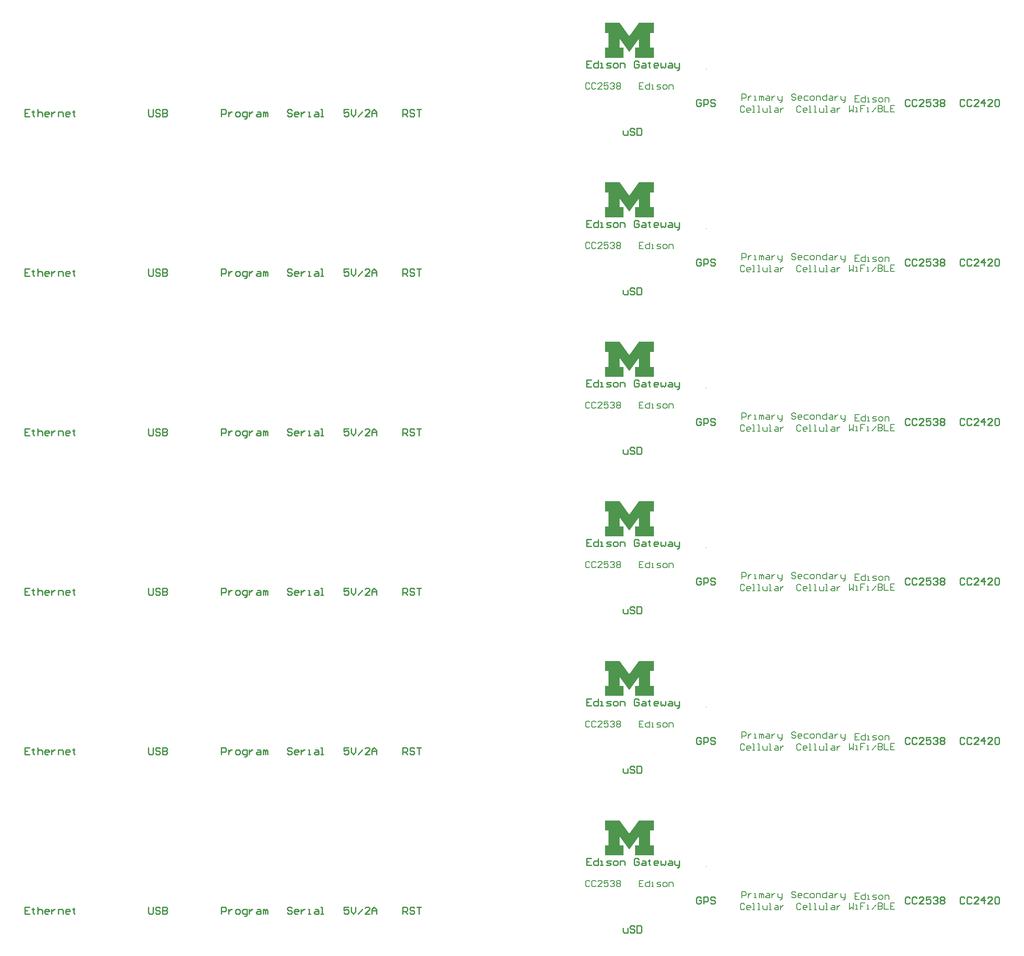
<source format=gto>
G04 Layer_Color=65535*
%FSLAX24Y24*%
%MOIN*%
G70*
G01*
G75*
%ADD10C,0.0039*%
%ADD11C,0.0090*%
%ADD12C,0.0080*%
G36*
X61408Y77645D02*
X61114D01*
Y76481D01*
X61408D01*
Y75709D01*
X59962D01*
Y76481D01*
X60256D01*
Y77179D01*
X59527Y76174D01*
X59478D01*
X58761Y77179D01*
Y76481D01*
X59055D01*
Y75709D01*
X57609D01*
Y76481D01*
X57891D01*
Y77645D01*
X57609D01*
Y78417D01*
X58755D01*
X59490Y77400D01*
X59527D01*
X60262Y78417D01*
X61408D01*
Y77645D01*
D02*
G37*
G36*
Y65244D02*
X61114D01*
Y64079D01*
X61408D01*
Y63307D01*
X59962D01*
Y64079D01*
X60256D01*
Y64778D01*
X59527Y63773D01*
X59478D01*
X58761Y64778D01*
Y64079D01*
X59055D01*
Y63307D01*
X57609D01*
Y64079D01*
X57891D01*
Y65244D01*
X57609D01*
Y66016D01*
X58755D01*
X59490Y64999D01*
X59527D01*
X60262Y66016D01*
X61408D01*
Y65244D01*
D02*
G37*
G36*
Y52842D02*
X61114D01*
Y51678D01*
X61408D01*
Y50906D01*
X59962D01*
Y51678D01*
X60256D01*
Y52376D01*
X59527Y51371D01*
X59478D01*
X58761Y52376D01*
Y51678D01*
X59055D01*
Y50906D01*
X57609D01*
Y51678D01*
X57891D01*
Y52842D01*
X57609D01*
Y53614D01*
X58755D01*
X59490Y52597D01*
X59527D01*
X60262Y53614D01*
X61408D01*
Y52842D01*
D02*
G37*
G36*
Y40441D02*
X61114D01*
Y39276D01*
X61408D01*
Y38504D01*
X59962D01*
Y39276D01*
X60256D01*
Y39975D01*
X59527Y38970D01*
X59478D01*
X58761Y39975D01*
Y39276D01*
X59055D01*
Y38504D01*
X57609D01*
Y39276D01*
X57891D01*
Y40441D01*
X57609D01*
Y41213D01*
X58755D01*
X59490Y40195D01*
X59527D01*
X60262Y41213D01*
X61408D01*
Y40441D01*
D02*
G37*
G36*
Y28039D02*
X61114D01*
Y26875D01*
X61408D01*
Y26102D01*
X59962D01*
Y26875D01*
X60256D01*
Y27573D01*
X59527Y26568D01*
X59478D01*
X58761Y27573D01*
Y26875D01*
X59055D01*
Y26102D01*
X57609D01*
Y26875D01*
X57891D01*
Y28039D01*
X57609D01*
Y28811D01*
X58755D01*
X59490Y27794D01*
X59527D01*
X60262Y28811D01*
X61408D01*
Y28039D01*
D02*
G37*
G36*
Y15637D02*
X61114D01*
Y14473D01*
X61408D01*
Y13701D01*
X59962D01*
Y14473D01*
X60256D01*
Y15172D01*
X59527Y14167D01*
X59478D01*
X58761Y15172D01*
Y14473D01*
X59055D01*
Y13701D01*
X57609D01*
Y14473D01*
X57891D01*
Y15637D01*
X57609D01*
Y16410D01*
X58755D01*
X59490Y15392D01*
X59527D01*
X60262Y16410D01*
X61408D01*
Y15637D01*
D02*
G37*
D10*
X65433Y12835D02*
X65472D01*
X65433Y25236D02*
X65472D01*
X65433Y37638D02*
X65472D01*
X65433Y50039D02*
X65472D01*
X65433Y62441D02*
X65472D01*
X65433Y74843D02*
X65472D01*
D11*
X65084Y10371D02*
X64994Y10461D01*
X64814D01*
X64724Y10371D01*
Y10011D01*
X64814Y9921D01*
X64994D01*
X65084Y10011D01*
Y10191D01*
X64904D01*
X65264Y9921D02*
Y10461D01*
X65534D01*
X65624Y10371D01*
Y10191D01*
X65534Y10101D01*
X65264D01*
X66164Y10371D02*
X66074Y10461D01*
X65894D01*
X65804Y10371D01*
Y10281D01*
X65894Y10191D01*
X66074D01*
X66164Y10101D01*
Y10011D01*
X66074Y9921D01*
X65894D01*
X65804Y10011D01*
X81305Y10371D02*
X81215Y10461D01*
X81035D01*
X80945Y10371D01*
Y10011D01*
X81035Y9921D01*
X81215D01*
X81305Y10011D01*
X81845Y10371D02*
X81755Y10461D01*
X81575D01*
X81485Y10371D01*
Y10011D01*
X81575Y9921D01*
X81755D01*
X81845Y10011D01*
X82384Y9921D02*
X82025D01*
X82384Y10281D01*
Y10371D01*
X82294Y10461D01*
X82114D01*
X82025Y10371D01*
X82924Y10461D02*
X82564D01*
Y10191D01*
X82744Y10281D01*
X82834D01*
X82924Y10191D01*
Y10011D01*
X82834Y9921D01*
X82654D01*
X82564Y10011D01*
X83104Y10371D02*
X83194Y10461D01*
X83374D01*
X83464Y10371D01*
Y10281D01*
X83374Y10191D01*
X83284D01*
X83374D01*
X83464Y10101D01*
Y10011D01*
X83374Y9921D01*
X83194D01*
X83104Y10011D01*
X83644Y10371D02*
X83734Y10461D01*
X83914D01*
X84004Y10371D01*
Y10281D01*
X83914Y10191D01*
X84004Y10101D01*
Y10011D01*
X83914Y9921D01*
X83734D01*
X83644Y10011D01*
Y10101D01*
X83734Y10191D01*
X83644Y10281D01*
Y10371D01*
X83734Y10191D02*
X83914D01*
X85557Y10371D02*
X85467Y10461D01*
X85287D01*
X85197Y10371D01*
Y10011D01*
X85287Y9921D01*
X85467D01*
X85557Y10011D01*
X86097Y10371D02*
X86007Y10461D01*
X85827D01*
X85737Y10371D01*
Y10011D01*
X85827Y9921D01*
X86007D01*
X86097Y10011D01*
X86636Y9921D02*
X86277D01*
X86636Y10281D01*
Y10371D01*
X86546Y10461D01*
X86366D01*
X86277Y10371D01*
X87086Y9921D02*
Y10461D01*
X86816Y10191D01*
X87176D01*
X87716Y9921D02*
X87356D01*
X87716Y10281D01*
Y10371D01*
X87626Y10461D01*
X87446D01*
X87356Y10371D01*
X87896D02*
X87986Y10461D01*
X88166D01*
X88256Y10371D01*
Y10011D01*
X88166Y9921D01*
X87986D01*
X87896Y10011D01*
Y10371D01*
X59016Y8037D02*
Y7767D01*
X59106Y7677D01*
X59376D01*
Y8037D01*
X59915Y8127D02*
X59825Y8217D01*
X59646D01*
X59556Y8127D01*
Y8037D01*
X59646Y7947D01*
X59825D01*
X59915Y7857D01*
Y7767D01*
X59825Y7677D01*
X59646D01*
X59556Y7767D01*
X60095Y8217D02*
Y7677D01*
X60365D01*
X60455Y7767D01*
Y8127D01*
X60365Y8217D01*
X60095D01*
X56541Y13453D02*
X56181D01*
Y12913D01*
X56541D01*
X56181Y13183D02*
X56361D01*
X57081Y13453D02*
Y12913D01*
X56811D01*
X56721Y13003D01*
Y13183D01*
X56811Y13273D01*
X57081D01*
X57261Y12913D02*
X57441D01*
X57351D01*
Y13273D01*
X57261D01*
X57711Y12913D02*
X57981D01*
X58070Y13003D01*
X57981Y13093D01*
X57801D01*
X57711Y13183D01*
X57801Y13273D01*
X58070D01*
X58340Y12913D02*
X58520D01*
X58610Y13003D01*
Y13183D01*
X58520Y13273D01*
X58340D01*
X58250Y13183D01*
Y13003D01*
X58340Y12913D01*
X58790D02*
Y13273D01*
X59060D01*
X59150Y13183D01*
Y12913D01*
X60230Y13363D02*
X60140Y13453D01*
X59960D01*
X59870Y13363D01*
Y13003D01*
X59960Y12913D01*
X60140D01*
X60230Y13003D01*
Y13183D01*
X60050D01*
X60500Y13273D02*
X60680D01*
X60770Y13183D01*
Y12913D01*
X60500D01*
X60410Y13003D01*
X60500Y13093D01*
X60770D01*
X61040Y13363D02*
Y13273D01*
X60950D01*
X61129D01*
X61040D01*
Y13003D01*
X61129Y12913D01*
X61669D02*
X61489D01*
X61399Y13003D01*
Y13183D01*
X61489Y13273D01*
X61669D01*
X61759Y13183D01*
Y13093D01*
X61399D01*
X61939Y13273D02*
Y13003D01*
X62029Y12913D01*
X62119Y13003D01*
X62209Y12913D01*
X62299Y13003D01*
Y13273D01*
X62569D02*
X62749D01*
X62839Y13183D01*
Y12913D01*
X62569D01*
X62479Y13003D01*
X62569Y13093D01*
X62839D01*
X63019Y13273D02*
Y13003D01*
X63109Y12913D01*
X63379D01*
Y12823D01*
X63289Y12733D01*
X63199D01*
X63379Y12913D02*
Y13273D01*
X65084Y22773D02*
X64994Y22863D01*
X64814D01*
X64724Y22773D01*
Y22413D01*
X64814Y22323D01*
X64994D01*
X65084Y22413D01*
Y22593D01*
X64904D01*
X65264Y22323D02*
Y22863D01*
X65534D01*
X65624Y22773D01*
Y22593D01*
X65534Y22503D01*
X65264D01*
X66164Y22773D02*
X66074Y22863D01*
X65894D01*
X65804Y22773D01*
Y22683D01*
X65894Y22593D01*
X66074D01*
X66164Y22503D01*
Y22413D01*
X66074Y22323D01*
X65894D01*
X65804Y22413D01*
X81305Y22773D02*
X81215Y22863D01*
X81035D01*
X80945Y22773D01*
Y22413D01*
X81035Y22323D01*
X81215D01*
X81305Y22413D01*
X81845Y22773D02*
X81755Y22863D01*
X81575D01*
X81485Y22773D01*
Y22413D01*
X81575Y22323D01*
X81755D01*
X81845Y22413D01*
X82384Y22323D02*
X82025D01*
X82384Y22683D01*
Y22773D01*
X82294Y22863D01*
X82114D01*
X82025Y22773D01*
X82924Y22863D02*
X82564D01*
Y22593D01*
X82744Y22683D01*
X82834D01*
X82924Y22593D01*
Y22413D01*
X82834Y22323D01*
X82654D01*
X82564Y22413D01*
X83104Y22773D02*
X83194Y22863D01*
X83374D01*
X83464Y22773D01*
Y22683D01*
X83374Y22593D01*
X83284D01*
X83374D01*
X83464Y22503D01*
Y22413D01*
X83374Y22323D01*
X83194D01*
X83104Y22413D01*
X83644Y22773D02*
X83734Y22863D01*
X83914D01*
X84004Y22773D01*
Y22683D01*
X83914Y22593D01*
X84004Y22503D01*
Y22413D01*
X83914Y22323D01*
X83734D01*
X83644Y22413D01*
Y22503D01*
X83734Y22593D01*
X83644Y22683D01*
Y22773D01*
X83734Y22593D02*
X83914D01*
X85557Y22773D02*
X85467Y22863D01*
X85287D01*
X85197Y22773D01*
Y22413D01*
X85287Y22323D01*
X85467D01*
X85557Y22413D01*
X86097Y22773D02*
X86007Y22863D01*
X85827D01*
X85737Y22773D01*
Y22413D01*
X85827Y22323D01*
X86007D01*
X86097Y22413D01*
X86636Y22323D02*
X86277D01*
X86636Y22683D01*
Y22773D01*
X86546Y22863D01*
X86366D01*
X86277Y22773D01*
X87086Y22323D02*
Y22863D01*
X86816Y22593D01*
X87176D01*
X87716Y22323D02*
X87356D01*
X87716Y22683D01*
Y22773D01*
X87626Y22863D01*
X87446D01*
X87356Y22773D01*
X87896D02*
X87986Y22863D01*
X88166D01*
X88256Y22773D01*
Y22413D01*
X88166Y22323D01*
X87986D01*
X87896Y22413D01*
Y22773D01*
X59016Y20439D02*
Y20169D01*
X59106Y20079D01*
X59376D01*
Y20439D01*
X59915Y20529D02*
X59825Y20619D01*
X59646D01*
X59556Y20529D01*
Y20439D01*
X59646Y20349D01*
X59825D01*
X59915Y20259D01*
Y20169D01*
X59825Y20079D01*
X59646D01*
X59556Y20169D01*
X60095Y20619D02*
Y20079D01*
X60365D01*
X60455Y20169D01*
Y20529D01*
X60365Y20619D01*
X60095D01*
X56541Y25855D02*
X56181D01*
Y25315D01*
X56541D01*
X56181Y25585D02*
X56361D01*
X57081Y25855D02*
Y25315D01*
X56811D01*
X56721Y25405D01*
Y25585D01*
X56811Y25675D01*
X57081D01*
X57261Y25315D02*
X57441D01*
X57351D01*
Y25675D01*
X57261D01*
X57711Y25315D02*
X57981D01*
X58070Y25405D01*
X57981Y25495D01*
X57801D01*
X57711Y25585D01*
X57801Y25675D01*
X58070D01*
X58340Y25315D02*
X58520D01*
X58610Y25405D01*
Y25585D01*
X58520Y25675D01*
X58340D01*
X58250Y25585D01*
Y25405D01*
X58340Y25315D01*
X58790D02*
Y25675D01*
X59060D01*
X59150Y25585D01*
Y25315D01*
X60230Y25765D02*
X60140Y25855D01*
X59960D01*
X59870Y25765D01*
Y25405D01*
X59960Y25315D01*
X60140D01*
X60230Y25405D01*
Y25585D01*
X60050D01*
X60500Y25675D02*
X60680D01*
X60770Y25585D01*
Y25315D01*
X60500D01*
X60410Y25405D01*
X60500Y25495D01*
X60770D01*
X61040Y25765D02*
Y25675D01*
X60950D01*
X61129D01*
X61040D01*
Y25405D01*
X61129Y25315D01*
X61669D02*
X61489D01*
X61399Y25405D01*
Y25585D01*
X61489Y25675D01*
X61669D01*
X61759Y25585D01*
Y25495D01*
X61399D01*
X61939Y25675D02*
Y25405D01*
X62029Y25315D01*
X62119Y25405D01*
X62209Y25315D01*
X62299Y25405D01*
Y25675D01*
X62569D02*
X62749D01*
X62839Y25585D01*
Y25315D01*
X62569D01*
X62479Y25405D01*
X62569Y25495D01*
X62839D01*
X63019Y25675D02*
Y25405D01*
X63109Y25315D01*
X63379D01*
Y25225D01*
X63289Y25135D01*
X63199D01*
X63379Y25315D02*
Y25675D01*
X65084Y35174D02*
X64994Y35264D01*
X64814D01*
X64724Y35174D01*
Y34814D01*
X64814Y34724D01*
X64994D01*
X65084Y34814D01*
Y34994D01*
X64904D01*
X65264Y34724D02*
Y35264D01*
X65534D01*
X65624Y35174D01*
Y34994D01*
X65534Y34904D01*
X65264D01*
X66164Y35174D02*
X66074Y35264D01*
X65894D01*
X65804Y35174D01*
Y35084D01*
X65894Y34994D01*
X66074D01*
X66164Y34904D01*
Y34814D01*
X66074Y34724D01*
X65894D01*
X65804Y34814D01*
X81305Y35174D02*
X81215Y35264D01*
X81035D01*
X80945Y35174D01*
Y34814D01*
X81035Y34724D01*
X81215D01*
X81305Y34814D01*
X81845Y35174D02*
X81755Y35264D01*
X81575D01*
X81485Y35174D01*
Y34814D01*
X81575Y34724D01*
X81755D01*
X81845Y34814D01*
X82384Y34724D02*
X82025D01*
X82384Y35084D01*
Y35174D01*
X82294Y35264D01*
X82114D01*
X82025Y35174D01*
X82924Y35264D02*
X82564D01*
Y34994D01*
X82744Y35084D01*
X82834D01*
X82924Y34994D01*
Y34814D01*
X82834Y34724D01*
X82654D01*
X82564Y34814D01*
X83104Y35174D02*
X83194Y35264D01*
X83374D01*
X83464Y35174D01*
Y35084D01*
X83374Y34994D01*
X83284D01*
X83374D01*
X83464Y34904D01*
Y34814D01*
X83374Y34724D01*
X83194D01*
X83104Y34814D01*
X83644Y35174D02*
X83734Y35264D01*
X83914D01*
X84004Y35174D01*
Y35084D01*
X83914Y34994D01*
X84004Y34904D01*
Y34814D01*
X83914Y34724D01*
X83734D01*
X83644Y34814D01*
Y34904D01*
X83734Y34994D01*
X83644Y35084D01*
Y35174D01*
X83734Y34994D02*
X83914D01*
X85557Y35174D02*
X85467Y35264D01*
X85287D01*
X85197Y35174D01*
Y34814D01*
X85287Y34724D01*
X85467D01*
X85557Y34814D01*
X86097Y35174D02*
X86007Y35264D01*
X85827D01*
X85737Y35174D01*
Y34814D01*
X85827Y34724D01*
X86007D01*
X86097Y34814D01*
X86636Y34724D02*
X86277D01*
X86636Y35084D01*
Y35174D01*
X86546Y35264D01*
X86366D01*
X86277Y35174D01*
X87086Y34724D02*
Y35264D01*
X86816Y34994D01*
X87176D01*
X87716Y34724D02*
X87356D01*
X87716Y35084D01*
Y35174D01*
X87626Y35264D01*
X87446D01*
X87356Y35174D01*
X87896D02*
X87986Y35264D01*
X88166D01*
X88256Y35174D01*
Y34814D01*
X88166Y34724D01*
X87986D01*
X87896Y34814D01*
Y35174D01*
X59016Y32840D02*
Y32570D01*
X59106Y32480D01*
X59376D01*
Y32840D01*
X59915Y32930D02*
X59825Y33020D01*
X59646D01*
X59556Y32930D01*
Y32840D01*
X59646Y32750D01*
X59825D01*
X59915Y32660D01*
Y32570D01*
X59825Y32480D01*
X59646D01*
X59556Y32570D01*
X60095Y33020D02*
Y32480D01*
X60365D01*
X60455Y32570D01*
Y32930D01*
X60365Y33020D01*
X60095D01*
X56541Y38256D02*
X56181D01*
Y37717D01*
X56541D01*
X56181Y37986D02*
X56361D01*
X57081Y38256D02*
Y37717D01*
X56811D01*
X56721Y37807D01*
Y37986D01*
X56811Y38076D01*
X57081D01*
X57261Y37717D02*
X57441D01*
X57351D01*
Y38076D01*
X57261D01*
X57711Y37717D02*
X57981D01*
X58070Y37807D01*
X57981Y37896D01*
X57801D01*
X57711Y37986D01*
X57801Y38076D01*
X58070D01*
X58340Y37717D02*
X58520D01*
X58610Y37807D01*
Y37986D01*
X58520Y38076D01*
X58340D01*
X58250Y37986D01*
Y37807D01*
X58340Y37717D01*
X58790D02*
Y38076D01*
X59060D01*
X59150Y37986D01*
Y37717D01*
X60230Y38166D02*
X60140Y38256D01*
X59960D01*
X59870Y38166D01*
Y37807D01*
X59960Y37717D01*
X60140D01*
X60230Y37807D01*
Y37986D01*
X60050D01*
X60500Y38076D02*
X60680D01*
X60770Y37986D01*
Y37717D01*
X60500D01*
X60410Y37807D01*
X60500Y37896D01*
X60770D01*
X61040Y38166D02*
Y38076D01*
X60950D01*
X61129D01*
X61040D01*
Y37807D01*
X61129Y37717D01*
X61669D02*
X61489D01*
X61399Y37807D01*
Y37986D01*
X61489Y38076D01*
X61669D01*
X61759Y37986D01*
Y37896D01*
X61399D01*
X61939Y38076D02*
Y37807D01*
X62029Y37717D01*
X62119Y37807D01*
X62209Y37717D01*
X62299Y37807D01*
Y38076D01*
X62569D02*
X62749D01*
X62839Y37986D01*
Y37717D01*
X62569D01*
X62479Y37807D01*
X62569Y37896D01*
X62839D01*
X63019Y38076D02*
Y37807D01*
X63109Y37717D01*
X63379D01*
Y37627D01*
X63289Y37537D01*
X63199D01*
X63379Y37717D02*
Y38076D01*
X65084Y47576D02*
X64994Y47666D01*
X64814D01*
X64724Y47576D01*
Y47216D01*
X64814Y47126D01*
X64994D01*
X65084Y47216D01*
Y47396D01*
X64904D01*
X65264Y47126D02*
Y47666D01*
X65534D01*
X65624Y47576D01*
Y47396D01*
X65534Y47306D01*
X65264D01*
X66164Y47576D02*
X66074Y47666D01*
X65894D01*
X65804Y47576D01*
Y47486D01*
X65894Y47396D01*
X66074D01*
X66164Y47306D01*
Y47216D01*
X66074Y47126D01*
X65894D01*
X65804Y47216D01*
X81305Y47576D02*
X81215Y47666D01*
X81035D01*
X80945Y47576D01*
Y47216D01*
X81035Y47126D01*
X81215D01*
X81305Y47216D01*
X81845Y47576D02*
X81755Y47666D01*
X81575D01*
X81485Y47576D01*
Y47216D01*
X81575Y47126D01*
X81755D01*
X81845Y47216D01*
X82384Y47126D02*
X82025D01*
X82384Y47486D01*
Y47576D01*
X82294Y47666D01*
X82114D01*
X82025Y47576D01*
X82924Y47666D02*
X82564D01*
Y47396D01*
X82744Y47486D01*
X82834D01*
X82924Y47396D01*
Y47216D01*
X82834Y47126D01*
X82654D01*
X82564Y47216D01*
X83104Y47576D02*
X83194Y47666D01*
X83374D01*
X83464Y47576D01*
Y47486D01*
X83374Y47396D01*
X83284D01*
X83374D01*
X83464Y47306D01*
Y47216D01*
X83374Y47126D01*
X83194D01*
X83104Y47216D01*
X83644Y47576D02*
X83734Y47666D01*
X83914D01*
X84004Y47576D01*
Y47486D01*
X83914Y47396D01*
X84004Y47306D01*
Y47216D01*
X83914Y47126D01*
X83734D01*
X83644Y47216D01*
Y47306D01*
X83734Y47396D01*
X83644Y47486D01*
Y47576D01*
X83734Y47396D02*
X83914D01*
X85557Y47576D02*
X85467Y47666D01*
X85287D01*
X85197Y47576D01*
Y47216D01*
X85287Y47126D01*
X85467D01*
X85557Y47216D01*
X86097Y47576D02*
X86007Y47666D01*
X85827D01*
X85737Y47576D01*
Y47216D01*
X85827Y47126D01*
X86007D01*
X86097Y47216D01*
X86636Y47126D02*
X86277D01*
X86636Y47486D01*
Y47576D01*
X86546Y47666D01*
X86366D01*
X86277Y47576D01*
X87086Y47126D02*
Y47666D01*
X86816Y47396D01*
X87176D01*
X87716Y47126D02*
X87356D01*
X87716Y47486D01*
Y47576D01*
X87626Y47666D01*
X87446D01*
X87356Y47576D01*
X87896D02*
X87986Y47666D01*
X88166D01*
X88256Y47576D01*
Y47216D01*
X88166Y47126D01*
X87986D01*
X87896Y47216D01*
Y47576D01*
X59016Y45242D02*
Y44972D01*
X59106Y44882D01*
X59376D01*
Y45242D01*
X59915Y45332D02*
X59825Y45422D01*
X59646D01*
X59556Y45332D01*
Y45242D01*
X59646Y45152D01*
X59825D01*
X59915Y45062D01*
Y44972D01*
X59825Y44882D01*
X59646D01*
X59556Y44972D01*
X60095Y45422D02*
Y44882D01*
X60365D01*
X60455Y44972D01*
Y45332D01*
X60365Y45422D01*
X60095D01*
X56541Y50658D02*
X56181D01*
Y50118D01*
X56541D01*
X56181Y50388D02*
X56361D01*
X57081Y50658D02*
Y50118D01*
X56811D01*
X56721Y50208D01*
Y50388D01*
X56811Y50478D01*
X57081D01*
X57261Y50118D02*
X57441D01*
X57351D01*
Y50478D01*
X57261D01*
X57711Y50118D02*
X57981D01*
X58070Y50208D01*
X57981Y50298D01*
X57801D01*
X57711Y50388D01*
X57801Y50478D01*
X58070D01*
X58340Y50118D02*
X58520D01*
X58610Y50208D01*
Y50388D01*
X58520Y50478D01*
X58340D01*
X58250Y50388D01*
Y50208D01*
X58340Y50118D01*
X58790D02*
Y50478D01*
X59060D01*
X59150Y50388D01*
Y50118D01*
X60230Y50568D02*
X60140Y50658D01*
X59960D01*
X59870Y50568D01*
Y50208D01*
X59960Y50118D01*
X60140D01*
X60230Y50208D01*
Y50388D01*
X60050D01*
X60500Y50478D02*
X60680D01*
X60770Y50388D01*
Y50118D01*
X60500D01*
X60410Y50208D01*
X60500Y50298D01*
X60770D01*
X61040Y50568D02*
Y50478D01*
X60950D01*
X61129D01*
X61040D01*
Y50208D01*
X61129Y50118D01*
X61669D02*
X61489D01*
X61399Y50208D01*
Y50388D01*
X61489Y50478D01*
X61669D01*
X61759Y50388D01*
Y50298D01*
X61399D01*
X61939Y50478D02*
Y50208D01*
X62029Y50118D01*
X62119Y50208D01*
X62209Y50118D01*
X62299Y50208D01*
Y50478D01*
X62569D02*
X62749D01*
X62839Y50388D01*
Y50118D01*
X62569D01*
X62479Y50208D01*
X62569Y50298D01*
X62839D01*
X63019Y50478D02*
Y50208D01*
X63109Y50118D01*
X63379D01*
Y50028D01*
X63289Y49938D01*
X63199D01*
X63379Y50118D02*
Y50478D01*
X65084Y59977D02*
X64994Y60067D01*
X64814D01*
X64724Y59977D01*
Y59618D01*
X64814Y59528D01*
X64994D01*
X65084Y59618D01*
Y59797D01*
X64904D01*
X65264Y59528D02*
Y60067D01*
X65534D01*
X65624Y59977D01*
Y59797D01*
X65534Y59707D01*
X65264D01*
X66164Y59977D02*
X66074Y60067D01*
X65894D01*
X65804Y59977D01*
Y59887D01*
X65894Y59797D01*
X66074D01*
X66164Y59707D01*
Y59618D01*
X66074Y59528D01*
X65894D01*
X65804Y59618D01*
X81305Y59977D02*
X81215Y60067D01*
X81035D01*
X80945Y59977D01*
Y59618D01*
X81035Y59528D01*
X81215D01*
X81305Y59618D01*
X81845Y59977D02*
X81755Y60067D01*
X81575D01*
X81485Y59977D01*
Y59618D01*
X81575Y59528D01*
X81755D01*
X81845Y59618D01*
X82384Y59528D02*
X82025D01*
X82384Y59887D01*
Y59977D01*
X82294Y60067D01*
X82114D01*
X82025Y59977D01*
X82924Y60067D02*
X82564D01*
Y59797D01*
X82744Y59887D01*
X82834D01*
X82924Y59797D01*
Y59618D01*
X82834Y59528D01*
X82654D01*
X82564Y59618D01*
X83104Y59977D02*
X83194Y60067D01*
X83374D01*
X83464Y59977D01*
Y59887D01*
X83374Y59797D01*
X83284D01*
X83374D01*
X83464Y59707D01*
Y59618D01*
X83374Y59528D01*
X83194D01*
X83104Y59618D01*
X83644Y59977D02*
X83734Y60067D01*
X83914D01*
X84004Y59977D01*
Y59887D01*
X83914Y59797D01*
X84004Y59707D01*
Y59618D01*
X83914Y59528D01*
X83734D01*
X83644Y59618D01*
Y59707D01*
X83734Y59797D01*
X83644Y59887D01*
Y59977D01*
X83734Y59797D02*
X83914D01*
X85557Y59977D02*
X85467Y60067D01*
X85287D01*
X85197Y59977D01*
Y59618D01*
X85287Y59528D01*
X85467D01*
X85557Y59618D01*
X86097Y59977D02*
X86007Y60067D01*
X85827D01*
X85737Y59977D01*
Y59618D01*
X85827Y59528D01*
X86007D01*
X86097Y59618D01*
X86636Y59528D02*
X86277D01*
X86636Y59887D01*
Y59977D01*
X86546Y60067D01*
X86366D01*
X86277Y59977D01*
X87086Y59528D02*
Y60067D01*
X86816Y59797D01*
X87176D01*
X87716Y59528D02*
X87356D01*
X87716Y59887D01*
Y59977D01*
X87626Y60067D01*
X87446D01*
X87356Y59977D01*
X87896D02*
X87986Y60067D01*
X88166D01*
X88256Y59977D01*
Y59618D01*
X88166Y59528D01*
X87986D01*
X87896Y59618D01*
Y59977D01*
X59016Y57643D02*
Y57373D01*
X59106Y57283D01*
X59376D01*
Y57643D01*
X59915Y57733D02*
X59825Y57823D01*
X59646D01*
X59556Y57733D01*
Y57643D01*
X59646Y57553D01*
X59825D01*
X59915Y57463D01*
Y57373D01*
X59825Y57283D01*
X59646D01*
X59556Y57373D01*
X60095Y57823D02*
Y57283D01*
X60365D01*
X60455Y57373D01*
Y57733D01*
X60365Y57823D01*
X60095D01*
X56541Y63060D02*
X56181D01*
Y62520D01*
X56541D01*
X56181Y62790D02*
X56361D01*
X57081Y63060D02*
Y62520D01*
X56811D01*
X56721Y62610D01*
Y62790D01*
X56811Y62880D01*
X57081D01*
X57261Y62520D02*
X57441D01*
X57351D01*
Y62880D01*
X57261D01*
X57711Y62520D02*
X57981D01*
X58070Y62610D01*
X57981Y62700D01*
X57801D01*
X57711Y62790D01*
X57801Y62880D01*
X58070D01*
X58340Y62520D02*
X58520D01*
X58610Y62610D01*
Y62790D01*
X58520Y62880D01*
X58340D01*
X58250Y62790D01*
Y62610D01*
X58340Y62520D01*
X58790D02*
Y62880D01*
X59060D01*
X59150Y62790D01*
Y62520D01*
X60230Y62970D02*
X60140Y63060D01*
X59960D01*
X59870Y62970D01*
Y62610D01*
X59960Y62520D01*
X60140D01*
X60230Y62610D01*
Y62790D01*
X60050D01*
X60500Y62880D02*
X60680D01*
X60770Y62790D01*
Y62520D01*
X60500D01*
X60410Y62610D01*
X60500Y62700D01*
X60770D01*
X61040Y62970D02*
Y62880D01*
X60950D01*
X61129D01*
X61040D01*
Y62610D01*
X61129Y62520D01*
X61669D02*
X61489D01*
X61399Y62610D01*
Y62790D01*
X61489Y62880D01*
X61669D01*
X61759Y62790D01*
Y62700D01*
X61399D01*
X61939Y62880D02*
Y62610D01*
X62029Y62520D01*
X62119Y62610D01*
X62209Y62520D01*
X62299Y62610D01*
Y62880D01*
X62569D02*
X62749D01*
X62839Y62790D01*
Y62520D01*
X62569D01*
X62479Y62610D01*
X62569Y62700D01*
X62839D01*
X63019Y62880D02*
Y62610D01*
X63109Y62520D01*
X63379D01*
Y62430D01*
X63289Y62340D01*
X63199D01*
X63379Y62520D02*
Y62880D01*
X65084Y72379D02*
X64994Y72469D01*
X64814D01*
X64724Y72379D01*
Y72019D01*
X64814Y71929D01*
X64994D01*
X65084Y72019D01*
Y72199D01*
X64904D01*
X65264Y71929D02*
Y72469D01*
X65534D01*
X65624Y72379D01*
Y72199D01*
X65534Y72109D01*
X65264D01*
X66164Y72379D02*
X66074Y72469D01*
X65894D01*
X65804Y72379D01*
Y72289D01*
X65894Y72199D01*
X66074D01*
X66164Y72109D01*
Y72019D01*
X66074Y71929D01*
X65894D01*
X65804Y72019D01*
X81305Y72379D02*
X81215Y72469D01*
X81035D01*
X80945Y72379D01*
Y72019D01*
X81035Y71929D01*
X81215D01*
X81305Y72019D01*
X81845Y72379D02*
X81755Y72469D01*
X81575D01*
X81485Y72379D01*
Y72019D01*
X81575Y71929D01*
X81755D01*
X81845Y72019D01*
X82384Y71929D02*
X82025D01*
X82384Y72289D01*
Y72379D01*
X82294Y72469D01*
X82114D01*
X82025Y72379D01*
X82924Y72469D02*
X82564D01*
Y72199D01*
X82744Y72289D01*
X82834D01*
X82924Y72199D01*
Y72019D01*
X82834Y71929D01*
X82654D01*
X82564Y72019D01*
X83104Y72379D02*
X83194Y72469D01*
X83374D01*
X83464Y72379D01*
Y72289D01*
X83374Y72199D01*
X83284D01*
X83374D01*
X83464Y72109D01*
Y72019D01*
X83374Y71929D01*
X83194D01*
X83104Y72019D01*
X83644Y72379D02*
X83734Y72469D01*
X83914D01*
X84004Y72379D01*
Y72289D01*
X83914Y72199D01*
X84004Y72109D01*
Y72019D01*
X83914Y71929D01*
X83734D01*
X83644Y72019D01*
Y72109D01*
X83734Y72199D01*
X83644Y72289D01*
Y72379D01*
X83734Y72199D02*
X83914D01*
X85557Y72379D02*
X85467Y72469D01*
X85287D01*
X85197Y72379D01*
Y72019D01*
X85287Y71929D01*
X85467D01*
X85557Y72019D01*
X86097Y72379D02*
X86007Y72469D01*
X85827D01*
X85737Y72379D01*
Y72019D01*
X85827Y71929D01*
X86007D01*
X86097Y72019D01*
X86636Y71929D02*
X86277D01*
X86636Y72289D01*
Y72379D01*
X86546Y72469D01*
X86366D01*
X86277Y72379D01*
X87086Y71929D02*
Y72469D01*
X86816Y72199D01*
X87176D01*
X87716Y71929D02*
X87356D01*
X87716Y72289D01*
Y72379D01*
X87626Y72469D01*
X87446D01*
X87356Y72379D01*
X87896D02*
X87986Y72469D01*
X88166D01*
X88256Y72379D01*
Y72019D01*
X88166Y71929D01*
X87986D01*
X87896Y72019D01*
Y72379D01*
X59016Y70045D02*
Y69775D01*
X59106Y69685D01*
X59376D01*
Y70045D01*
X59915Y70135D02*
X59825Y70225D01*
X59646D01*
X59556Y70135D01*
Y70045D01*
X59646Y69955D01*
X59825D01*
X59915Y69865D01*
Y69775D01*
X59825Y69685D01*
X59646D01*
X59556Y69775D01*
X60095Y70225D02*
Y69685D01*
X60365D01*
X60455Y69775D01*
Y70135D01*
X60365Y70225D01*
X60095D01*
X56541Y75461D02*
X56181D01*
Y74921D01*
X56541D01*
X56181Y75191D02*
X56361D01*
X57081Y75461D02*
Y74921D01*
X56811D01*
X56721Y75011D01*
Y75191D01*
X56811Y75281D01*
X57081D01*
X57261Y74921D02*
X57441D01*
X57351D01*
Y75281D01*
X57261D01*
X57711Y74921D02*
X57981D01*
X58070Y75011D01*
X57981Y75101D01*
X57801D01*
X57711Y75191D01*
X57801Y75281D01*
X58070D01*
X58340Y74921D02*
X58520D01*
X58610Y75011D01*
Y75191D01*
X58520Y75281D01*
X58340D01*
X58250Y75191D01*
Y75011D01*
X58340Y74921D01*
X58790D02*
Y75281D01*
X59060D01*
X59150Y75191D01*
Y74921D01*
X60230Y75371D02*
X60140Y75461D01*
X59960D01*
X59870Y75371D01*
Y75011D01*
X59960Y74921D01*
X60140D01*
X60230Y75011D01*
Y75191D01*
X60050D01*
X60500Y75281D02*
X60680D01*
X60770Y75191D01*
Y74921D01*
X60500D01*
X60410Y75011D01*
X60500Y75101D01*
X60770D01*
X61040Y75371D02*
Y75281D01*
X60950D01*
X61129D01*
X61040D01*
Y75011D01*
X61129Y74921D01*
X61669D02*
X61489D01*
X61399Y75011D01*
Y75191D01*
X61489Y75281D01*
X61669D01*
X61759Y75191D01*
Y75101D01*
X61399D01*
X61939Y75281D02*
Y75011D01*
X62029Y74921D01*
X62119Y75011D01*
X62209Y74921D01*
X62299Y75011D01*
Y75281D01*
X62569D02*
X62749D01*
X62839Y75191D01*
Y74921D01*
X62569D01*
X62479Y75011D01*
X62569Y75101D01*
X62839D01*
X63019Y75281D02*
Y75011D01*
X63109Y74921D01*
X63379D01*
Y74831D01*
X63289Y74741D01*
X63199D01*
X63379Y74921D02*
Y75281D01*
X41890Y9134D02*
Y9674D01*
X42160D01*
X42250Y9584D01*
Y9404D01*
X42160Y9314D01*
X41890D01*
X42070D02*
X42250Y9134D01*
X42789Y9584D02*
X42699Y9674D01*
X42520D01*
X42430Y9584D01*
Y9494D01*
X42520Y9404D01*
X42699D01*
X42789Y9314D01*
Y9224D01*
X42699Y9134D01*
X42520D01*
X42430Y9224D01*
X42969Y9674D02*
X43329D01*
X43149D01*
Y9134D01*
X37683Y9674D02*
X37323D01*
Y9404D01*
X37503Y9494D01*
X37593D01*
X37683Y9404D01*
Y9224D01*
X37593Y9134D01*
X37413D01*
X37323Y9224D01*
X37863Y9674D02*
Y9314D01*
X38043Y9134D01*
X38223Y9314D01*
Y9674D01*
X38402Y9134D02*
X38762Y9494D01*
X39302Y9134D02*
X38942D01*
X39302Y9494D01*
Y9584D01*
X39212Y9674D01*
X39032D01*
X38942Y9584D01*
X39482Y9134D02*
Y9494D01*
X39662Y9674D01*
X39842Y9494D01*
Y9134D01*
Y9404D01*
X39482D01*
X33273Y9584D02*
X33183Y9674D01*
X33003D01*
X32913Y9584D01*
Y9494D01*
X33003Y9404D01*
X33183D01*
X33273Y9314D01*
Y9224D01*
X33183Y9134D01*
X33003D01*
X32913Y9224D01*
X33723Y9134D02*
X33543D01*
X33453Y9224D01*
Y9404D01*
X33543Y9494D01*
X33723D01*
X33813Y9404D01*
Y9314D01*
X33453D01*
X33993Y9494D02*
Y9134D01*
Y9314D01*
X34083Y9404D01*
X34173Y9494D01*
X34263D01*
X34533Y9134D02*
X34713D01*
X34623D01*
Y9494D01*
X34533D01*
X35073D02*
X35253D01*
X35343Y9404D01*
Y9134D01*
X35073D01*
X34983Y9224D01*
X35073Y9314D01*
X35343D01*
X35523Y9134D02*
X35702D01*
X35613D01*
Y9674D01*
X35523D01*
X27795Y9134D02*
Y9674D01*
X28065D01*
X28155Y9584D01*
Y9404D01*
X28065Y9314D01*
X27795D01*
X28335Y9494D02*
Y9134D01*
Y9314D01*
X28425Y9404D01*
X28515Y9494D01*
X28605D01*
X28965Y9134D02*
X29145D01*
X29235Y9224D01*
Y9404D01*
X29145Y9494D01*
X28965D01*
X28875Y9404D01*
Y9224D01*
X28965Y9134D01*
X29595Y8954D02*
X29685D01*
X29775Y9044D01*
Y9494D01*
X29505D01*
X29415Y9404D01*
Y9224D01*
X29505Y9134D01*
X29775D01*
X29955Y9494D02*
Y9134D01*
Y9314D01*
X30045Y9404D01*
X30135Y9494D01*
X30224D01*
X30584D02*
X30764D01*
X30854Y9404D01*
Y9134D01*
X30584D01*
X30494Y9224D01*
X30584Y9314D01*
X30854D01*
X31034Y9134D02*
Y9494D01*
X31124D01*
X31214Y9404D01*
Y9134D01*
Y9404D01*
X31304Y9494D01*
X31394Y9404D01*
Y9134D01*
X22126Y9674D02*
Y9224D01*
X22216Y9134D01*
X22396D01*
X22486Y9224D01*
Y9674D01*
X23026Y9584D02*
X22936Y9674D01*
X22756D01*
X22666Y9584D01*
Y9494D01*
X22756Y9404D01*
X22936D01*
X23026Y9314D01*
Y9224D01*
X22936Y9134D01*
X22756D01*
X22666Y9224D01*
X23206Y9674D02*
Y9134D01*
X23476D01*
X23566Y9224D01*
Y9314D01*
X23476Y9404D01*
X23206D01*
X23476D01*
X23566Y9494D01*
Y9584D01*
X23476Y9674D01*
X23206D01*
X12880D02*
X12520D01*
Y9134D01*
X12880D01*
X12520Y9404D02*
X12700D01*
X13149Y9584D02*
Y9494D01*
X13060D01*
X13239D01*
X13149D01*
Y9224D01*
X13239Y9134D01*
X13509Y9674D02*
Y9134D01*
Y9404D01*
X13599Y9494D01*
X13779D01*
X13869Y9404D01*
Y9134D01*
X14319D02*
X14139D01*
X14049Y9224D01*
Y9404D01*
X14139Y9494D01*
X14319D01*
X14409Y9404D01*
Y9314D01*
X14049D01*
X14589Y9494D02*
Y9134D01*
Y9314D01*
X14679Y9404D01*
X14769Y9494D01*
X14859D01*
X15129Y9134D02*
Y9494D01*
X15399D01*
X15489Y9404D01*
Y9134D01*
X15939D02*
X15759D01*
X15669Y9224D01*
Y9404D01*
X15759Y9494D01*
X15939D01*
X16029Y9404D01*
Y9314D01*
X15669D01*
X16298Y9584D02*
Y9494D01*
X16208D01*
X16388D01*
X16298D01*
Y9224D01*
X16388Y9134D01*
X41890Y21535D02*
Y22075D01*
X42160D01*
X42250Y21985D01*
Y21805D01*
X42160Y21715D01*
X41890D01*
X42070D02*
X42250Y21535D01*
X42789Y21985D02*
X42699Y22075D01*
X42520D01*
X42430Y21985D01*
Y21895D01*
X42520Y21805D01*
X42699D01*
X42789Y21715D01*
Y21625D01*
X42699Y21535D01*
X42520D01*
X42430Y21625D01*
X42969Y22075D02*
X43329D01*
X43149D01*
Y21535D01*
X37683Y22075D02*
X37323D01*
Y21805D01*
X37503Y21895D01*
X37593D01*
X37683Y21805D01*
Y21625D01*
X37593Y21535D01*
X37413D01*
X37323Y21625D01*
X37863Y22075D02*
Y21715D01*
X38043Y21535D01*
X38223Y21715D01*
Y22075D01*
X38402Y21535D02*
X38762Y21895D01*
X39302Y21535D02*
X38942D01*
X39302Y21895D01*
Y21985D01*
X39212Y22075D01*
X39032D01*
X38942Y21985D01*
X39482Y21535D02*
Y21895D01*
X39662Y22075D01*
X39842Y21895D01*
Y21535D01*
Y21805D01*
X39482D01*
X33273Y21985D02*
X33183Y22075D01*
X33003D01*
X32913Y21985D01*
Y21895D01*
X33003Y21805D01*
X33183D01*
X33273Y21715D01*
Y21625D01*
X33183Y21535D01*
X33003D01*
X32913Y21625D01*
X33723Y21535D02*
X33543D01*
X33453Y21625D01*
Y21805D01*
X33543Y21895D01*
X33723D01*
X33813Y21805D01*
Y21715D01*
X33453D01*
X33993Y21895D02*
Y21535D01*
Y21715D01*
X34083Y21805D01*
X34173Y21895D01*
X34263D01*
X34533Y21535D02*
X34713D01*
X34623D01*
Y21895D01*
X34533D01*
X35073D02*
X35253D01*
X35343Y21805D01*
Y21535D01*
X35073D01*
X34983Y21625D01*
X35073Y21715D01*
X35343D01*
X35523Y21535D02*
X35702D01*
X35613D01*
Y22075D01*
X35523D01*
X27795Y21535D02*
Y22075D01*
X28065D01*
X28155Y21985D01*
Y21805D01*
X28065Y21715D01*
X27795D01*
X28335Y21895D02*
Y21535D01*
Y21715D01*
X28425Y21805D01*
X28515Y21895D01*
X28605D01*
X28965Y21535D02*
X29145D01*
X29235Y21625D01*
Y21805D01*
X29145Y21895D01*
X28965D01*
X28875Y21805D01*
Y21625D01*
X28965Y21535D01*
X29595Y21355D02*
X29685D01*
X29775Y21445D01*
Y21895D01*
X29505D01*
X29415Y21805D01*
Y21625D01*
X29505Y21535D01*
X29775D01*
X29955Y21895D02*
Y21535D01*
Y21715D01*
X30045Y21805D01*
X30135Y21895D01*
X30224D01*
X30584D02*
X30764D01*
X30854Y21805D01*
Y21535D01*
X30584D01*
X30494Y21625D01*
X30584Y21715D01*
X30854D01*
X31034Y21535D02*
Y21895D01*
X31124D01*
X31214Y21805D01*
Y21535D01*
Y21805D01*
X31304Y21895D01*
X31394Y21805D01*
Y21535D01*
X22126Y22075D02*
Y21625D01*
X22216Y21535D01*
X22396D01*
X22486Y21625D01*
Y22075D01*
X23026Y21985D02*
X22936Y22075D01*
X22756D01*
X22666Y21985D01*
Y21895D01*
X22756Y21805D01*
X22936D01*
X23026Y21715D01*
Y21625D01*
X22936Y21535D01*
X22756D01*
X22666Y21625D01*
X23206Y22075D02*
Y21535D01*
X23476D01*
X23566Y21625D01*
Y21715D01*
X23476Y21805D01*
X23206D01*
X23476D01*
X23566Y21895D01*
Y21985D01*
X23476Y22075D01*
X23206D01*
X12880D02*
X12520D01*
Y21535D01*
X12880D01*
X12520Y21805D02*
X12700D01*
X13149Y21985D02*
Y21895D01*
X13060D01*
X13239D01*
X13149D01*
Y21625D01*
X13239Y21535D01*
X13509Y22075D02*
Y21535D01*
Y21805D01*
X13599Y21895D01*
X13779D01*
X13869Y21805D01*
Y21535D01*
X14319D02*
X14139D01*
X14049Y21625D01*
Y21805D01*
X14139Y21895D01*
X14319D01*
X14409Y21805D01*
Y21715D01*
X14049D01*
X14589Y21895D02*
Y21535D01*
Y21715D01*
X14679Y21805D01*
X14769Y21895D01*
X14859D01*
X15129Y21535D02*
Y21895D01*
X15399D01*
X15489Y21805D01*
Y21535D01*
X15939D02*
X15759D01*
X15669Y21625D01*
Y21805D01*
X15759Y21895D01*
X15939D01*
X16029Y21805D01*
Y21715D01*
X15669D01*
X16298Y21985D02*
Y21895D01*
X16208D01*
X16388D01*
X16298D01*
Y21625D01*
X16388Y21535D01*
X41890Y33937D02*
Y34477D01*
X42160D01*
X42250Y34387D01*
Y34207D01*
X42160Y34117D01*
X41890D01*
X42070D02*
X42250Y33937D01*
X42789Y34387D02*
X42699Y34477D01*
X42520D01*
X42430Y34387D01*
Y34297D01*
X42520Y34207D01*
X42699D01*
X42789Y34117D01*
Y34027D01*
X42699Y33937D01*
X42520D01*
X42430Y34027D01*
X42969Y34477D02*
X43329D01*
X43149D01*
Y33937D01*
X37683Y34477D02*
X37323D01*
Y34207D01*
X37503Y34297D01*
X37593D01*
X37683Y34207D01*
Y34027D01*
X37593Y33937D01*
X37413D01*
X37323Y34027D01*
X37863Y34477D02*
Y34117D01*
X38043Y33937D01*
X38223Y34117D01*
Y34477D01*
X38402Y33937D02*
X38762Y34297D01*
X39302Y33937D02*
X38942D01*
X39302Y34297D01*
Y34387D01*
X39212Y34477D01*
X39032D01*
X38942Y34387D01*
X39482Y33937D02*
Y34297D01*
X39662Y34477D01*
X39842Y34297D01*
Y33937D01*
Y34207D01*
X39482D01*
X33273Y34387D02*
X33183Y34477D01*
X33003D01*
X32913Y34387D01*
Y34297D01*
X33003Y34207D01*
X33183D01*
X33273Y34117D01*
Y34027D01*
X33183Y33937D01*
X33003D01*
X32913Y34027D01*
X33723Y33937D02*
X33543D01*
X33453Y34027D01*
Y34207D01*
X33543Y34297D01*
X33723D01*
X33813Y34207D01*
Y34117D01*
X33453D01*
X33993Y34297D02*
Y33937D01*
Y34117D01*
X34083Y34207D01*
X34173Y34297D01*
X34263D01*
X34533Y33937D02*
X34713D01*
X34623D01*
Y34297D01*
X34533D01*
X35073D02*
X35253D01*
X35343Y34207D01*
Y33937D01*
X35073D01*
X34983Y34027D01*
X35073Y34117D01*
X35343D01*
X35523Y33937D02*
X35702D01*
X35613D01*
Y34477D01*
X35523D01*
X27795Y33937D02*
Y34477D01*
X28065D01*
X28155Y34387D01*
Y34207D01*
X28065Y34117D01*
X27795D01*
X28335Y34297D02*
Y33937D01*
Y34117D01*
X28425Y34207D01*
X28515Y34297D01*
X28605D01*
X28965Y33937D02*
X29145D01*
X29235Y34027D01*
Y34207D01*
X29145Y34297D01*
X28965D01*
X28875Y34207D01*
Y34027D01*
X28965Y33937D01*
X29595Y33757D02*
X29685D01*
X29775Y33847D01*
Y34297D01*
X29505D01*
X29415Y34207D01*
Y34027D01*
X29505Y33937D01*
X29775D01*
X29955Y34297D02*
Y33937D01*
Y34117D01*
X30045Y34207D01*
X30135Y34297D01*
X30224D01*
X30584D02*
X30764D01*
X30854Y34207D01*
Y33937D01*
X30584D01*
X30494Y34027D01*
X30584Y34117D01*
X30854D01*
X31034Y33937D02*
Y34297D01*
X31124D01*
X31214Y34207D01*
Y33937D01*
Y34207D01*
X31304Y34297D01*
X31394Y34207D01*
Y33937D01*
X22126Y34477D02*
Y34027D01*
X22216Y33937D01*
X22396D01*
X22486Y34027D01*
Y34477D01*
X23026Y34387D02*
X22936Y34477D01*
X22756D01*
X22666Y34387D01*
Y34297D01*
X22756Y34207D01*
X22936D01*
X23026Y34117D01*
Y34027D01*
X22936Y33937D01*
X22756D01*
X22666Y34027D01*
X23206Y34477D02*
Y33937D01*
X23476D01*
X23566Y34027D01*
Y34117D01*
X23476Y34207D01*
X23206D01*
X23476D01*
X23566Y34297D01*
Y34387D01*
X23476Y34477D01*
X23206D01*
X12880D02*
X12520D01*
Y33937D01*
X12880D01*
X12520Y34207D02*
X12700D01*
X13149Y34387D02*
Y34297D01*
X13060D01*
X13239D01*
X13149D01*
Y34027D01*
X13239Y33937D01*
X13509Y34477D02*
Y33937D01*
Y34207D01*
X13599Y34297D01*
X13779D01*
X13869Y34207D01*
Y33937D01*
X14319D02*
X14139D01*
X14049Y34027D01*
Y34207D01*
X14139Y34297D01*
X14319D01*
X14409Y34207D01*
Y34117D01*
X14049D01*
X14589Y34297D02*
Y33937D01*
Y34117D01*
X14679Y34207D01*
X14769Y34297D01*
X14859D01*
X15129Y33937D02*
Y34297D01*
X15399D01*
X15489Y34207D01*
Y33937D01*
X15939D02*
X15759D01*
X15669Y34027D01*
Y34207D01*
X15759Y34297D01*
X15939D01*
X16029Y34207D01*
Y34117D01*
X15669D01*
X16298Y34387D02*
Y34297D01*
X16208D01*
X16388D01*
X16298D01*
Y34027D01*
X16388Y33937D01*
X41890Y46339D02*
Y46878D01*
X42160D01*
X42250Y46788D01*
Y46609D01*
X42160Y46519D01*
X41890D01*
X42070D02*
X42250Y46339D01*
X42789Y46788D02*
X42699Y46878D01*
X42520D01*
X42430Y46788D01*
Y46698D01*
X42520Y46609D01*
X42699D01*
X42789Y46519D01*
Y46429D01*
X42699Y46339D01*
X42520D01*
X42430Y46429D01*
X42969Y46878D02*
X43329D01*
X43149D01*
Y46339D01*
X37683Y46878D02*
X37323D01*
Y46609D01*
X37503Y46698D01*
X37593D01*
X37683Y46609D01*
Y46429D01*
X37593Y46339D01*
X37413D01*
X37323Y46429D01*
X37863Y46878D02*
Y46519D01*
X38043Y46339D01*
X38223Y46519D01*
Y46878D01*
X38402Y46339D02*
X38762Y46698D01*
X39302Y46339D02*
X38942D01*
X39302Y46698D01*
Y46788D01*
X39212Y46878D01*
X39032D01*
X38942Y46788D01*
X39482Y46339D02*
Y46698D01*
X39662Y46878D01*
X39842Y46698D01*
Y46339D01*
Y46609D01*
X39482D01*
X33273Y46788D02*
X33183Y46878D01*
X33003D01*
X32913Y46788D01*
Y46698D01*
X33003Y46609D01*
X33183D01*
X33273Y46519D01*
Y46429D01*
X33183Y46339D01*
X33003D01*
X32913Y46429D01*
X33723Y46339D02*
X33543D01*
X33453Y46429D01*
Y46609D01*
X33543Y46698D01*
X33723D01*
X33813Y46609D01*
Y46519D01*
X33453D01*
X33993Y46698D02*
Y46339D01*
Y46519D01*
X34083Y46609D01*
X34173Y46698D01*
X34263D01*
X34533Y46339D02*
X34713D01*
X34623D01*
Y46698D01*
X34533D01*
X35073D02*
X35253D01*
X35343Y46609D01*
Y46339D01*
X35073D01*
X34983Y46429D01*
X35073Y46519D01*
X35343D01*
X35523Y46339D02*
X35702D01*
X35613D01*
Y46878D01*
X35523D01*
X27795Y46339D02*
Y46878D01*
X28065D01*
X28155Y46788D01*
Y46609D01*
X28065Y46519D01*
X27795D01*
X28335Y46698D02*
Y46339D01*
Y46519D01*
X28425Y46609D01*
X28515Y46698D01*
X28605D01*
X28965Y46339D02*
X29145D01*
X29235Y46429D01*
Y46609D01*
X29145Y46698D01*
X28965D01*
X28875Y46609D01*
Y46429D01*
X28965Y46339D01*
X29595Y46159D02*
X29685D01*
X29775Y46249D01*
Y46698D01*
X29505D01*
X29415Y46609D01*
Y46429D01*
X29505Y46339D01*
X29775D01*
X29955Y46698D02*
Y46339D01*
Y46519D01*
X30045Y46609D01*
X30135Y46698D01*
X30224D01*
X30584D02*
X30764D01*
X30854Y46609D01*
Y46339D01*
X30584D01*
X30494Y46429D01*
X30584Y46519D01*
X30854D01*
X31034Y46339D02*
Y46698D01*
X31124D01*
X31214Y46609D01*
Y46339D01*
Y46609D01*
X31304Y46698D01*
X31394Y46609D01*
Y46339D01*
X22126Y46878D02*
Y46429D01*
X22216Y46339D01*
X22396D01*
X22486Y46429D01*
Y46878D01*
X23026Y46788D02*
X22936Y46878D01*
X22756D01*
X22666Y46788D01*
Y46698D01*
X22756Y46609D01*
X22936D01*
X23026Y46519D01*
Y46429D01*
X22936Y46339D01*
X22756D01*
X22666Y46429D01*
X23206Y46878D02*
Y46339D01*
X23476D01*
X23566Y46429D01*
Y46519D01*
X23476Y46609D01*
X23206D01*
X23476D01*
X23566Y46698D01*
Y46788D01*
X23476Y46878D01*
X23206D01*
X12880D02*
X12520D01*
Y46339D01*
X12880D01*
X12520Y46609D02*
X12700D01*
X13149Y46788D02*
Y46698D01*
X13060D01*
X13239D01*
X13149D01*
Y46429D01*
X13239Y46339D01*
X13509Y46878D02*
Y46339D01*
Y46609D01*
X13599Y46698D01*
X13779D01*
X13869Y46609D01*
Y46339D01*
X14319D02*
X14139D01*
X14049Y46429D01*
Y46609D01*
X14139Y46698D01*
X14319D01*
X14409Y46609D01*
Y46519D01*
X14049D01*
X14589Y46698D02*
Y46339D01*
Y46519D01*
X14679Y46609D01*
X14769Y46698D01*
X14859D01*
X15129Y46339D02*
Y46698D01*
X15399D01*
X15489Y46609D01*
Y46339D01*
X15939D02*
X15759D01*
X15669Y46429D01*
Y46609D01*
X15759Y46698D01*
X15939D01*
X16029Y46609D01*
Y46519D01*
X15669D01*
X16298Y46788D02*
Y46698D01*
X16208D01*
X16388D01*
X16298D01*
Y46429D01*
X16388Y46339D01*
X41890Y58740D02*
Y59280D01*
X42160D01*
X42250Y59190D01*
Y59010D01*
X42160Y58920D01*
X41890D01*
X42070D02*
X42250Y58740D01*
X42789Y59190D02*
X42699Y59280D01*
X42520D01*
X42430Y59190D01*
Y59100D01*
X42520Y59010D01*
X42699D01*
X42789Y58920D01*
Y58830D01*
X42699Y58740D01*
X42520D01*
X42430Y58830D01*
X42969Y59280D02*
X43329D01*
X43149D01*
Y58740D01*
X37683Y59280D02*
X37323D01*
Y59010D01*
X37503Y59100D01*
X37593D01*
X37683Y59010D01*
Y58830D01*
X37593Y58740D01*
X37413D01*
X37323Y58830D01*
X37863Y59280D02*
Y58920D01*
X38043Y58740D01*
X38223Y58920D01*
Y59280D01*
X38402Y58740D02*
X38762Y59100D01*
X39302Y58740D02*
X38942D01*
X39302Y59100D01*
Y59190D01*
X39212Y59280D01*
X39032D01*
X38942Y59190D01*
X39482Y58740D02*
Y59100D01*
X39662Y59280D01*
X39842Y59100D01*
Y58740D01*
Y59010D01*
X39482D01*
X33273Y59190D02*
X33183Y59280D01*
X33003D01*
X32913Y59190D01*
Y59100D01*
X33003Y59010D01*
X33183D01*
X33273Y58920D01*
Y58830D01*
X33183Y58740D01*
X33003D01*
X32913Y58830D01*
X33723Y58740D02*
X33543D01*
X33453Y58830D01*
Y59010D01*
X33543Y59100D01*
X33723D01*
X33813Y59010D01*
Y58920D01*
X33453D01*
X33993Y59100D02*
Y58740D01*
Y58920D01*
X34083Y59010D01*
X34173Y59100D01*
X34263D01*
X34533Y58740D02*
X34713D01*
X34623D01*
Y59100D01*
X34533D01*
X35073D02*
X35253D01*
X35343Y59010D01*
Y58740D01*
X35073D01*
X34983Y58830D01*
X35073Y58920D01*
X35343D01*
X35523Y58740D02*
X35702D01*
X35613D01*
Y59280D01*
X35523D01*
X27795Y58740D02*
Y59280D01*
X28065D01*
X28155Y59190D01*
Y59010D01*
X28065Y58920D01*
X27795D01*
X28335Y59100D02*
Y58740D01*
Y58920D01*
X28425Y59010D01*
X28515Y59100D01*
X28605D01*
X28965Y58740D02*
X29145D01*
X29235Y58830D01*
Y59010D01*
X29145Y59100D01*
X28965D01*
X28875Y59010D01*
Y58830D01*
X28965Y58740D01*
X29595Y58560D02*
X29685D01*
X29775Y58650D01*
Y59100D01*
X29505D01*
X29415Y59010D01*
Y58830D01*
X29505Y58740D01*
X29775D01*
X29955Y59100D02*
Y58740D01*
Y58920D01*
X30045Y59010D01*
X30135Y59100D01*
X30224D01*
X30584D02*
X30764D01*
X30854Y59010D01*
Y58740D01*
X30584D01*
X30494Y58830D01*
X30584Y58920D01*
X30854D01*
X31034Y58740D02*
Y59100D01*
X31124D01*
X31214Y59010D01*
Y58740D01*
Y59010D01*
X31304Y59100D01*
X31394Y59010D01*
Y58740D01*
X22126Y59280D02*
Y58830D01*
X22216Y58740D01*
X22396D01*
X22486Y58830D01*
Y59280D01*
X23026Y59190D02*
X22936Y59280D01*
X22756D01*
X22666Y59190D01*
Y59100D01*
X22756Y59010D01*
X22936D01*
X23026Y58920D01*
Y58830D01*
X22936Y58740D01*
X22756D01*
X22666Y58830D01*
X23206Y59280D02*
Y58740D01*
X23476D01*
X23566Y58830D01*
Y58920D01*
X23476Y59010D01*
X23206D01*
X23476D01*
X23566Y59100D01*
Y59190D01*
X23476Y59280D01*
X23206D01*
X12880D02*
X12520D01*
Y58740D01*
X12880D01*
X12520Y59010D02*
X12700D01*
X13149Y59190D02*
Y59100D01*
X13060D01*
X13239D01*
X13149D01*
Y58830D01*
X13239Y58740D01*
X13509Y59280D02*
Y58740D01*
Y59010D01*
X13599Y59100D01*
X13779D01*
X13869Y59010D01*
Y58740D01*
X14319D02*
X14139D01*
X14049Y58830D01*
Y59010D01*
X14139Y59100D01*
X14319D01*
X14409Y59010D01*
Y58920D01*
X14049D01*
X14589Y59100D02*
Y58740D01*
Y58920D01*
X14679Y59010D01*
X14769Y59100D01*
X14859D01*
X15129Y58740D02*
Y59100D01*
X15399D01*
X15489Y59010D01*
Y58740D01*
X15939D02*
X15759D01*
X15669Y58830D01*
Y59010D01*
X15759Y59100D01*
X15939D01*
X16029Y59010D01*
Y58920D01*
X15669D01*
X16298Y59190D02*
Y59100D01*
X16208D01*
X16388D01*
X16298D01*
Y58830D01*
X16388Y58740D01*
X41890Y71142D02*
Y71682D01*
X42160D01*
X42250Y71592D01*
Y71412D01*
X42160Y71322D01*
X41890D01*
X42070D02*
X42250Y71142D01*
X42789Y71592D02*
X42699Y71682D01*
X42520D01*
X42430Y71592D01*
Y71502D01*
X42520Y71412D01*
X42699D01*
X42789Y71322D01*
Y71232D01*
X42699Y71142D01*
X42520D01*
X42430Y71232D01*
X42969Y71682D02*
X43329D01*
X43149D01*
Y71142D01*
X37683Y71682D02*
X37323D01*
Y71412D01*
X37503Y71502D01*
X37593D01*
X37683Y71412D01*
Y71232D01*
X37593Y71142D01*
X37413D01*
X37323Y71232D01*
X37863Y71682D02*
Y71322D01*
X38043Y71142D01*
X38223Y71322D01*
Y71682D01*
X38402Y71142D02*
X38762Y71502D01*
X39302Y71142D02*
X38942D01*
X39302Y71502D01*
Y71592D01*
X39212Y71682D01*
X39032D01*
X38942Y71592D01*
X39482Y71142D02*
Y71502D01*
X39662Y71682D01*
X39842Y71502D01*
Y71142D01*
Y71412D01*
X39482D01*
X33273Y71592D02*
X33183Y71682D01*
X33003D01*
X32913Y71592D01*
Y71502D01*
X33003Y71412D01*
X33183D01*
X33273Y71322D01*
Y71232D01*
X33183Y71142D01*
X33003D01*
X32913Y71232D01*
X33723Y71142D02*
X33543D01*
X33453Y71232D01*
Y71412D01*
X33543Y71502D01*
X33723D01*
X33813Y71412D01*
Y71322D01*
X33453D01*
X33993Y71502D02*
Y71142D01*
Y71322D01*
X34083Y71412D01*
X34173Y71502D01*
X34263D01*
X34533Y71142D02*
X34713D01*
X34623D01*
Y71502D01*
X34533D01*
X35073D02*
X35253D01*
X35343Y71412D01*
Y71142D01*
X35073D01*
X34983Y71232D01*
X35073Y71322D01*
X35343D01*
X35523Y71142D02*
X35702D01*
X35613D01*
Y71682D01*
X35523D01*
X27795Y71142D02*
Y71682D01*
X28065D01*
X28155Y71592D01*
Y71412D01*
X28065Y71322D01*
X27795D01*
X28335Y71502D02*
Y71142D01*
Y71322D01*
X28425Y71412D01*
X28515Y71502D01*
X28605D01*
X28965Y71142D02*
X29145D01*
X29235Y71232D01*
Y71412D01*
X29145Y71502D01*
X28965D01*
X28875Y71412D01*
Y71232D01*
X28965Y71142D01*
X29595Y70962D02*
X29685D01*
X29775Y71052D01*
Y71502D01*
X29505D01*
X29415Y71412D01*
Y71232D01*
X29505Y71142D01*
X29775D01*
X29955Y71502D02*
Y71142D01*
Y71322D01*
X30045Y71412D01*
X30135Y71502D01*
X30224D01*
X30584D02*
X30764D01*
X30854Y71412D01*
Y71142D01*
X30584D01*
X30494Y71232D01*
X30584Y71322D01*
X30854D01*
X31034Y71142D02*
Y71502D01*
X31124D01*
X31214Y71412D01*
Y71142D01*
Y71412D01*
X31304Y71502D01*
X31394Y71412D01*
Y71142D01*
X22126Y71682D02*
Y71232D01*
X22216Y71142D01*
X22396D01*
X22486Y71232D01*
Y71682D01*
X23026Y71592D02*
X22936Y71682D01*
X22756D01*
X22666Y71592D01*
Y71502D01*
X22756Y71412D01*
X22936D01*
X23026Y71322D01*
Y71232D01*
X22936Y71142D01*
X22756D01*
X22666Y71232D01*
X23206Y71682D02*
Y71142D01*
X23476D01*
X23566Y71232D01*
Y71322D01*
X23476Y71412D01*
X23206D01*
X23476D01*
X23566Y71502D01*
Y71592D01*
X23476Y71682D01*
X23206D01*
X12880D02*
X12520D01*
Y71142D01*
X12880D01*
X12520Y71412D02*
X12700D01*
X13149Y71592D02*
Y71502D01*
X13060D01*
X13239D01*
X13149D01*
Y71232D01*
X13239Y71142D01*
X13509Y71682D02*
Y71142D01*
Y71412D01*
X13599Y71502D01*
X13779D01*
X13869Y71412D01*
Y71142D01*
X14319D02*
X14139D01*
X14049Y71232D01*
Y71412D01*
X14139Y71502D01*
X14319D01*
X14409Y71412D01*
Y71322D01*
X14049D01*
X14589Y71502D02*
Y71142D01*
Y71322D01*
X14679Y71412D01*
X14769Y71502D01*
X14859D01*
X15129Y71142D02*
Y71502D01*
X15399D01*
X15489Y71412D01*
Y71142D01*
X15939D02*
X15759D01*
X15669Y71232D01*
Y71412D01*
X15759Y71502D01*
X15939D01*
X16029Y71412D01*
Y71322D01*
X15669D01*
X16298Y71592D02*
Y71502D01*
X16208D01*
X16388D01*
X16298D01*
Y71232D01*
X16388Y71142D01*
D12*
X68255Y10397D02*
Y10877D01*
X68494D01*
X68574Y10797D01*
Y10637D01*
X68494Y10557D01*
X68255D01*
X68734Y10717D02*
Y10397D01*
Y10557D01*
X68814Y10637D01*
X68894Y10717D01*
X68974D01*
X69214Y10397D02*
X69374D01*
X69294D01*
Y10717D01*
X69214D01*
X69614Y10397D02*
Y10717D01*
X69694D01*
X69774Y10637D01*
Y10397D01*
Y10637D01*
X69854Y10717D01*
X69934Y10637D01*
Y10397D01*
X70174Y10717D02*
X70334D01*
X70414Y10637D01*
Y10397D01*
X70174D01*
X70094Y10477D01*
X70174Y10557D01*
X70414D01*
X70574Y10717D02*
Y10397D01*
Y10557D01*
X70654Y10637D01*
X70734Y10717D01*
X70814D01*
X71054D02*
Y10477D01*
X71134Y10397D01*
X71374D01*
Y10317D01*
X71294Y10237D01*
X71214D01*
X71374Y10397D02*
Y10717D01*
X68454Y9869D02*
X68375Y9949D01*
X68215D01*
X68135Y9869D01*
Y9549D01*
X68215Y9469D01*
X68375D01*
X68454Y9549D01*
X68854Y9469D02*
X68694D01*
X68614Y9549D01*
Y9709D01*
X68694Y9789D01*
X68854D01*
X68934Y9709D01*
Y9629D01*
X68614D01*
X69094Y9469D02*
X69254D01*
X69174D01*
Y9949D01*
X69094D01*
X69494Y9469D02*
X69654D01*
X69574D01*
Y9949D01*
X69494D01*
X69894Y9789D02*
Y9549D01*
X69974Y9469D01*
X70214D01*
Y9789D01*
X70374Y9469D02*
X70534D01*
X70454D01*
Y9949D01*
X70374D01*
X70854Y9789D02*
X71014D01*
X71094Y9709D01*
Y9469D01*
X70854D01*
X70774Y9549D01*
X70854Y9629D01*
X71094D01*
X71254Y9789D02*
Y9469D01*
Y9629D01*
X71334Y9709D01*
X71414Y9789D01*
X71493D01*
X72441Y10797D02*
X72361Y10877D01*
X72202D01*
X72122Y10797D01*
Y10717D01*
X72202Y10637D01*
X72361D01*
X72441Y10557D01*
Y10477D01*
X72361Y10397D01*
X72202D01*
X72122Y10477D01*
X72841Y10397D02*
X72681D01*
X72601Y10477D01*
Y10637D01*
X72681Y10717D01*
X72841D01*
X72921Y10637D01*
Y10557D01*
X72601D01*
X73401Y10717D02*
X73161D01*
X73081Y10637D01*
Y10477D01*
X73161Y10397D01*
X73401D01*
X73641D02*
X73801D01*
X73881Y10477D01*
Y10637D01*
X73801Y10717D01*
X73641D01*
X73561Y10637D01*
Y10477D01*
X73641Y10397D01*
X74041D02*
Y10717D01*
X74281D01*
X74361Y10637D01*
Y10397D01*
X74841Y10877D02*
Y10397D01*
X74601D01*
X74521Y10477D01*
Y10637D01*
X74601Y10717D01*
X74841D01*
X75081D02*
X75241D01*
X75321Y10637D01*
Y10397D01*
X75081D01*
X75001Y10477D01*
X75081Y10557D01*
X75321D01*
X75480Y10717D02*
Y10397D01*
Y10557D01*
X75560Y10637D01*
X75640Y10717D01*
X75720D01*
X75960D02*
Y10477D01*
X76040Y10397D01*
X76280D01*
Y10317D01*
X76200Y10237D01*
X76120D01*
X76280Y10397D02*
Y10717D01*
X72841Y9869D02*
X72761Y9949D01*
X72601D01*
X72521Y9869D01*
Y9549D01*
X72601Y9469D01*
X72761D01*
X72841Y9549D01*
X73241Y9469D02*
X73081D01*
X73001Y9549D01*
Y9709D01*
X73081Y9789D01*
X73241D01*
X73321Y9709D01*
Y9629D01*
X73001D01*
X73481Y9469D02*
X73641D01*
X73561D01*
Y9949D01*
X73481D01*
X73881Y9469D02*
X74041D01*
X73961D01*
Y9949D01*
X73881D01*
X74281Y9789D02*
Y9549D01*
X74361Y9469D01*
X74601D01*
Y9789D01*
X74761Y9469D02*
X74921D01*
X74841D01*
Y9949D01*
X74761D01*
X75241Y9789D02*
X75401D01*
X75480Y9709D01*
Y9469D01*
X75241D01*
X75161Y9549D01*
X75241Y9629D01*
X75480D01*
X75640Y9789D02*
Y9469D01*
Y9629D01*
X75720Y9709D01*
X75800Y9789D01*
X75880D01*
X77369Y10746D02*
X77049D01*
Y10266D01*
X77369D01*
X77049Y10506D02*
X77209D01*
X77849Y10746D02*
Y10266D01*
X77609D01*
X77529Y10346D01*
Y10506D01*
X77609Y10586D01*
X77849D01*
X78009Y10266D02*
X78169D01*
X78089D01*
Y10586D01*
X78009D01*
X78409Y10266D02*
X78648D01*
X78728Y10346D01*
X78648Y10426D01*
X78489D01*
X78409Y10506D01*
X78489Y10586D01*
X78728D01*
X78968Y10266D02*
X79128D01*
X79208Y10346D01*
Y10506D01*
X79128Y10586D01*
X78968D01*
X78888Y10506D01*
Y10346D01*
X78968Y10266D01*
X79368D02*
Y10586D01*
X79608D01*
X79688Y10506D01*
Y10266D01*
X76609Y9979D02*
Y9499D01*
X76769Y9659D01*
X76929Y9499D01*
Y9979D01*
X77089Y9499D02*
X77249D01*
X77169D01*
Y9819D01*
X77089D01*
X77809Y9979D02*
X77489D01*
Y9739D01*
X77649D01*
X77489D01*
Y9499D01*
X77969D02*
X78129D01*
X78049D01*
Y9819D01*
X77969D01*
X78369Y9499D02*
X78688Y9819D01*
X78848Y9979D02*
Y9499D01*
X79088D01*
X79168Y9579D01*
Y9659D01*
X79088Y9739D01*
X78848D01*
X79088D01*
X79168Y9819D01*
Y9899D01*
X79088Y9979D01*
X78848D01*
X79328D02*
Y9499D01*
X79648D01*
X80128Y9979D02*
X79808D01*
Y9499D01*
X80128D01*
X79808Y9739D02*
X79968D01*
X56422Y11660D02*
X56342Y11740D01*
X56182D01*
X56102Y11660D01*
Y11340D01*
X56182Y11260D01*
X56342D01*
X56422Y11340D01*
X56902Y11660D02*
X56822Y11740D01*
X56662D01*
X56582Y11660D01*
Y11340D01*
X56662Y11260D01*
X56822D01*
X56902Y11340D01*
X57382Y11260D02*
X57062D01*
X57382Y11580D01*
Y11660D01*
X57302Y11740D01*
X57142D01*
X57062Y11660D01*
X57862Y11740D02*
X57542D01*
Y11500D01*
X57702Y11580D01*
X57782D01*
X57862Y11500D01*
Y11340D01*
X57782Y11260D01*
X57622D01*
X57542Y11340D01*
X58022Y11660D02*
X58102Y11740D01*
X58262D01*
X58342Y11660D01*
Y11580D01*
X58262Y11500D01*
X58182D01*
X58262D01*
X58342Y11420D01*
Y11340D01*
X58262Y11260D01*
X58102D01*
X58022Y11340D01*
X58502Y11660D02*
X58582Y11740D01*
X58742D01*
X58821Y11660D01*
Y11580D01*
X58742Y11500D01*
X58821Y11420D01*
Y11340D01*
X58742Y11260D01*
X58582D01*
X58502Y11340D01*
Y11420D01*
X58582Y11500D01*
X58502Y11580D01*
Y11660D01*
X58582Y11500D02*
X58742D01*
X60595Y11740D02*
X60276D01*
Y11260D01*
X60595D01*
X60276Y11500D02*
X60436D01*
X61075Y11740D02*
Y11260D01*
X60835D01*
X60755Y11340D01*
Y11500D01*
X60835Y11580D01*
X61075D01*
X61235Y11260D02*
X61395D01*
X61315D01*
Y11580D01*
X61235D01*
X61635Y11260D02*
X61875D01*
X61955Y11340D01*
X61875Y11420D01*
X61715D01*
X61635Y11500D01*
X61715Y11580D01*
X61955D01*
X62195Y11260D02*
X62355D01*
X62435Y11340D01*
Y11500D01*
X62355Y11580D01*
X62195D01*
X62115Y11500D01*
Y11340D01*
X62195Y11260D01*
X62595D02*
Y11580D01*
X62835D01*
X62915Y11500D01*
Y11260D01*
X68255Y22799D02*
Y23279D01*
X68494D01*
X68574Y23199D01*
Y23039D01*
X68494Y22959D01*
X68255D01*
X68734Y23119D02*
Y22799D01*
Y22959D01*
X68814Y23039D01*
X68894Y23119D01*
X68974D01*
X69214Y22799D02*
X69374D01*
X69294D01*
Y23119D01*
X69214D01*
X69614Y22799D02*
Y23119D01*
X69694D01*
X69774Y23039D01*
Y22799D01*
Y23039D01*
X69854Y23119D01*
X69934Y23039D01*
Y22799D01*
X70174Y23119D02*
X70334D01*
X70414Y23039D01*
Y22799D01*
X70174D01*
X70094Y22879D01*
X70174Y22959D01*
X70414D01*
X70574Y23119D02*
Y22799D01*
Y22959D01*
X70654Y23039D01*
X70734Y23119D01*
X70814D01*
X71054D02*
Y22879D01*
X71134Y22799D01*
X71374D01*
Y22719D01*
X71294Y22639D01*
X71214D01*
X71374Y22799D02*
Y23119D01*
X68454Y22271D02*
X68375Y22351D01*
X68215D01*
X68135Y22271D01*
Y21951D01*
X68215Y21871D01*
X68375D01*
X68454Y21951D01*
X68854Y21871D02*
X68694D01*
X68614Y21951D01*
Y22111D01*
X68694Y22191D01*
X68854D01*
X68934Y22111D01*
Y22031D01*
X68614D01*
X69094Y21871D02*
X69254D01*
X69174D01*
Y22351D01*
X69094D01*
X69494Y21871D02*
X69654D01*
X69574D01*
Y22351D01*
X69494D01*
X69894Y22191D02*
Y21951D01*
X69974Y21871D01*
X70214D01*
Y22191D01*
X70374Y21871D02*
X70534D01*
X70454D01*
Y22351D01*
X70374D01*
X70854Y22191D02*
X71014D01*
X71094Y22111D01*
Y21871D01*
X70854D01*
X70774Y21951D01*
X70854Y22031D01*
X71094D01*
X71254Y22191D02*
Y21871D01*
Y22031D01*
X71334Y22111D01*
X71414Y22191D01*
X71493D01*
X72441Y23199D02*
X72361Y23279D01*
X72202D01*
X72122Y23199D01*
Y23119D01*
X72202Y23039D01*
X72361D01*
X72441Y22959D01*
Y22879D01*
X72361Y22799D01*
X72202D01*
X72122Y22879D01*
X72841Y22799D02*
X72681D01*
X72601Y22879D01*
Y23039D01*
X72681Y23119D01*
X72841D01*
X72921Y23039D01*
Y22959D01*
X72601D01*
X73401Y23119D02*
X73161D01*
X73081Y23039D01*
Y22879D01*
X73161Y22799D01*
X73401D01*
X73641D02*
X73801D01*
X73881Y22879D01*
Y23039D01*
X73801Y23119D01*
X73641D01*
X73561Y23039D01*
Y22879D01*
X73641Y22799D01*
X74041D02*
Y23119D01*
X74281D01*
X74361Y23039D01*
Y22799D01*
X74841Y23279D02*
Y22799D01*
X74601D01*
X74521Y22879D01*
Y23039D01*
X74601Y23119D01*
X74841D01*
X75081D02*
X75241D01*
X75321Y23039D01*
Y22799D01*
X75081D01*
X75001Y22879D01*
X75081Y22959D01*
X75321D01*
X75480Y23119D02*
Y22799D01*
Y22959D01*
X75560Y23039D01*
X75640Y23119D01*
X75720D01*
X75960D02*
Y22879D01*
X76040Y22799D01*
X76280D01*
Y22719D01*
X76200Y22639D01*
X76120D01*
X76280Y22799D02*
Y23119D01*
X72841Y22271D02*
X72761Y22351D01*
X72601D01*
X72521Y22271D01*
Y21951D01*
X72601Y21871D01*
X72761D01*
X72841Y21951D01*
X73241Y21871D02*
X73081D01*
X73001Y21951D01*
Y22111D01*
X73081Y22191D01*
X73241D01*
X73321Y22111D01*
Y22031D01*
X73001D01*
X73481Y21871D02*
X73641D01*
X73561D01*
Y22351D01*
X73481D01*
X73881Y21871D02*
X74041D01*
X73961D01*
Y22351D01*
X73881D01*
X74281Y22191D02*
Y21951D01*
X74361Y21871D01*
X74601D01*
Y22191D01*
X74761Y21871D02*
X74921D01*
X74841D01*
Y22351D01*
X74761D01*
X75241Y22191D02*
X75401D01*
X75480Y22111D01*
Y21871D01*
X75241D01*
X75161Y21951D01*
X75241Y22031D01*
X75480D01*
X75640Y22191D02*
Y21871D01*
Y22031D01*
X75720Y22111D01*
X75800Y22191D01*
X75880D01*
X77369Y23148D02*
X77049D01*
Y22668D01*
X77369D01*
X77049Y22908D02*
X77209D01*
X77849Y23148D02*
Y22668D01*
X77609D01*
X77529Y22748D01*
Y22908D01*
X77609Y22988D01*
X77849D01*
X78009Y22668D02*
X78169D01*
X78089D01*
Y22988D01*
X78009D01*
X78409Y22668D02*
X78648D01*
X78728Y22748D01*
X78648Y22828D01*
X78489D01*
X78409Y22908D01*
X78489Y22988D01*
X78728D01*
X78968Y22668D02*
X79128D01*
X79208Y22748D01*
Y22908D01*
X79128Y22988D01*
X78968D01*
X78888Y22908D01*
Y22748D01*
X78968Y22668D01*
X79368D02*
Y22988D01*
X79608D01*
X79688Y22908D01*
Y22668D01*
X76609Y22380D02*
Y21900D01*
X76769Y22060D01*
X76929Y21900D01*
Y22380D01*
X77089Y21900D02*
X77249D01*
X77169D01*
Y22220D01*
X77089D01*
X77809Y22380D02*
X77489D01*
Y22140D01*
X77649D01*
X77489D01*
Y21900D01*
X77969D02*
X78129D01*
X78049D01*
Y22220D01*
X77969D01*
X78369Y21900D02*
X78688Y22220D01*
X78848Y22380D02*
Y21900D01*
X79088D01*
X79168Y21980D01*
Y22060D01*
X79088Y22140D01*
X78848D01*
X79088D01*
X79168Y22220D01*
Y22300D01*
X79088Y22380D01*
X78848D01*
X79328D02*
Y21900D01*
X79648D01*
X80128Y22380D02*
X79808D01*
Y21900D01*
X80128D01*
X79808Y22140D02*
X79968D01*
X56422Y24061D02*
X56342Y24141D01*
X56182D01*
X56102Y24061D01*
Y23741D01*
X56182Y23661D01*
X56342D01*
X56422Y23741D01*
X56902Y24061D02*
X56822Y24141D01*
X56662D01*
X56582Y24061D01*
Y23741D01*
X56662Y23661D01*
X56822D01*
X56902Y23741D01*
X57382Y23661D02*
X57062D01*
X57382Y23981D01*
Y24061D01*
X57302Y24141D01*
X57142D01*
X57062Y24061D01*
X57862Y24141D02*
X57542D01*
Y23901D01*
X57702Y23981D01*
X57782D01*
X57862Y23901D01*
Y23741D01*
X57782Y23661D01*
X57622D01*
X57542Y23741D01*
X58022Y24061D02*
X58102Y24141D01*
X58262D01*
X58342Y24061D01*
Y23981D01*
X58262Y23901D01*
X58182D01*
X58262D01*
X58342Y23821D01*
Y23741D01*
X58262Y23661D01*
X58102D01*
X58022Y23741D01*
X58502Y24061D02*
X58582Y24141D01*
X58742D01*
X58821Y24061D01*
Y23981D01*
X58742Y23901D01*
X58821Y23821D01*
Y23741D01*
X58742Y23661D01*
X58582D01*
X58502Y23741D01*
Y23821D01*
X58582Y23901D01*
X58502Y23981D01*
Y24061D01*
X58582Y23901D02*
X58742D01*
X60595Y24141D02*
X60276D01*
Y23661D01*
X60595D01*
X60276Y23901D02*
X60436D01*
X61075Y24141D02*
Y23661D01*
X60835D01*
X60755Y23741D01*
Y23901D01*
X60835Y23981D01*
X61075D01*
X61235Y23661D02*
X61395D01*
X61315D01*
Y23981D01*
X61235D01*
X61635Y23661D02*
X61875D01*
X61955Y23741D01*
X61875Y23821D01*
X61715D01*
X61635Y23901D01*
X61715Y23981D01*
X61955D01*
X62195Y23661D02*
X62355D01*
X62435Y23741D01*
Y23901D01*
X62355Y23981D01*
X62195D01*
X62115Y23901D01*
Y23741D01*
X62195Y23661D01*
X62595D02*
Y23981D01*
X62835D01*
X62915Y23901D01*
Y23661D01*
X68255Y35200D02*
Y35680D01*
X68494D01*
X68574Y35600D01*
Y35440D01*
X68494Y35360D01*
X68255D01*
X68734Y35520D02*
Y35200D01*
Y35360D01*
X68814Y35440D01*
X68894Y35520D01*
X68974D01*
X69214Y35200D02*
X69374D01*
X69294D01*
Y35520D01*
X69214D01*
X69614Y35200D02*
Y35520D01*
X69694D01*
X69774Y35440D01*
Y35200D01*
Y35440D01*
X69854Y35520D01*
X69934Y35440D01*
Y35200D01*
X70174Y35520D02*
X70334D01*
X70414Y35440D01*
Y35200D01*
X70174D01*
X70094Y35280D01*
X70174Y35360D01*
X70414D01*
X70574Y35520D02*
Y35200D01*
Y35360D01*
X70654Y35440D01*
X70734Y35520D01*
X70814D01*
X71054D02*
Y35280D01*
X71134Y35200D01*
X71374D01*
Y35120D01*
X71294Y35040D01*
X71214D01*
X71374Y35200D02*
Y35520D01*
X68454Y34672D02*
X68375Y34752D01*
X68215D01*
X68135Y34672D01*
Y34352D01*
X68215Y34272D01*
X68375D01*
X68454Y34352D01*
X68854Y34272D02*
X68694D01*
X68614Y34352D01*
Y34512D01*
X68694Y34592D01*
X68854D01*
X68934Y34512D01*
Y34432D01*
X68614D01*
X69094Y34272D02*
X69254D01*
X69174D01*
Y34752D01*
X69094D01*
X69494Y34272D02*
X69654D01*
X69574D01*
Y34752D01*
X69494D01*
X69894Y34592D02*
Y34352D01*
X69974Y34272D01*
X70214D01*
Y34592D01*
X70374Y34272D02*
X70534D01*
X70454D01*
Y34752D01*
X70374D01*
X70854Y34592D02*
X71014D01*
X71094Y34512D01*
Y34272D01*
X70854D01*
X70774Y34352D01*
X70854Y34432D01*
X71094D01*
X71254Y34592D02*
Y34272D01*
Y34432D01*
X71334Y34512D01*
X71414Y34592D01*
X71493D01*
X72441Y35600D02*
X72361Y35680D01*
X72202D01*
X72122Y35600D01*
Y35520D01*
X72202Y35440D01*
X72361D01*
X72441Y35360D01*
Y35280D01*
X72361Y35200D01*
X72202D01*
X72122Y35280D01*
X72841Y35200D02*
X72681D01*
X72601Y35280D01*
Y35440D01*
X72681Y35520D01*
X72841D01*
X72921Y35440D01*
Y35360D01*
X72601D01*
X73401Y35520D02*
X73161D01*
X73081Y35440D01*
Y35280D01*
X73161Y35200D01*
X73401D01*
X73641D02*
X73801D01*
X73881Y35280D01*
Y35440D01*
X73801Y35520D01*
X73641D01*
X73561Y35440D01*
Y35280D01*
X73641Y35200D01*
X74041D02*
Y35520D01*
X74281D01*
X74361Y35440D01*
Y35200D01*
X74841Y35680D02*
Y35200D01*
X74601D01*
X74521Y35280D01*
Y35440D01*
X74601Y35520D01*
X74841D01*
X75081D02*
X75241D01*
X75321Y35440D01*
Y35200D01*
X75081D01*
X75001Y35280D01*
X75081Y35360D01*
X75321D01*
X75480Y35520D02*
Y35200D01*
Y35360D01*
X75560Y35440D01*
X75640Y35520D01*
X75720D01*
X75960D02*
Y35280D01*
X76040Y35200D01*
X76280D01*
Y35120D01*
X76200Y35040D01*
X76120D01*
X76280Y35200D02*
Y35520D01*
X72841Y34672D02*
X72761Y34752D01*
X72601D01*
X72521Y34672D01*
Y34352D01*
X72601Y34272D01*
X72761D01*
X72841Y34352D01*
X73241Y34272D02*
X73081D01*
X73001Y34352D01*
Y34512D01*
X73081Y34592D01*
X73241D01*
X73321Y34512D01*
Y34432D01*
X73001D01*
X73481Y34272D02*
X73641D01*
X73561D01*
Y34752D01*
X73481D01*
X73881Y34272D02*
X74041D01*
X73961D01*
Y34752D01*
X73881D01*
X74281Y34592D02*
Y34352D01*
X74361Y34272D01*
X74601D01*
Y34592D01*
X74761Y34272D02*
X74921D01*
X74841D01*
Y34752D01*
X74761D01*
X75241Y34592D02*
X75401D01*
X75480Y34512D01*
Y34272D01*
X75241D01*
X75161Y34352D01*
X75241Y34432D01*
X75480D01*
X75640Y34592D02*
Y34272D01*
Y34432D01*
X75720Y34512D01*
X75800Y34592D01*
X75880D01*
X77369Y35549D02*
X77049D01*
Y35070D01*
X77369D01*
X77049Y35310D02*
X77209D01*
X77849Y35549D02*
Y35070D01*
X77609D01*
X77529Y35150D01*
Y35310D01*
X77609Y35390D01*
X77849D01*
X78009Y35070D02*
X78169D01*
X78089D01*
Y35390D01*
X78009D01*
X78409Y35070D02*
X78648D01*
X78728Y35150D01*
X78648Y35230D01*
X78489D01*
X78409Y35310D01*
X78489Y35390D01*
X78728D01*
X78968Y35070D02*
X79128D01*
X79208Y35150D01*
Y35310D01*
X79128Y35390D01*
X78968D01*
X78888Y35310D01*
Y35150D01*
X78968Y35070D01*
X79368D02*
Y35390D01*
X79608D01*
X79688Y35310D01*
Y35070D01*
X76609Y34782D02*
Y34302D01*
X76769Y34462D01*
X76929Y34302D01*
Y34782D01*
X77089Y34302D02*
X77249D01*
X77169D01*
Y34622D01*
X77089D01*
X77809Y34782D02*
X77489D01*
Y34542D01*
X77649D01*
X77489D01*
Y34302D01*
X77969D02*
X78129D01*
X78049D01*
Y34622D01*
X77969D01*
X78369Y34302D02*
X78688Y34622D01*
X78848Y34782D02*
Y34302D01*
X79088D01*
X79168Y34382D01*
Y34462D01*
X79088Y34542D01*
X78848D01*
X79088D01*
X79168Y34622D01*
Y34702D01*
X79088Y34782D01*
X78848D01*
X79328D02*
Y34302D01*
X79648D01*
X80128Y34782D02*
X79808D01*
Y34302D01*
X80128D01*
X79808Y34542D02*
X79968D01*
X56422Y36463D02*
X56342Y36543D01*
X56182D01*
X56102Y36463D01*
Y36143D01*
X56182Y36063D01*
X56342D01*
X56422Y36143D01*
X56902Y36463D02*
X56822Y36543D01*
X56662D01*
X56582Y36463D01*
Y36143D01*
X56662Y36063D01*
X56822D01*
X56902Y36143D01*
X57382Y36063D02*
X57062D01*
X57382Y36383D01*
Y36463D01*
X57302Y36543D01*
X57142D01*
X57062Y36463D01*
X57862Y36543D02*
X57542D01*
Y36303D01*
X57702Y36383D01*
X57782D01*
X57862Y36303D01*
Y36143D01*
X57782Y36063D01*
X57622D01*
X57542Y36143D01*
X58022Y36463D02*
X58102Y36543D01*
X58262D01*
X58342Y36463D01*
Y36383D01*
X58262Y36303D01*
X58182D01*
X58262D01*
X58342Y36223D01*
Y36143D01*
X58262Y36063D01*
X58102D01*
X58022Y36143D01*
X58502Y36463D02*
X58582Y36543D01*
X58742D01*
X58821Y36463D01*
Y36383D01*
X58742Y36303D01*
X58821Y36223D01*
Y36143D01*
X58742Y36063D01*
X58582D01*
X58502Y36143D01*
Y36223D01*
X58582Y36303D01*
X58502Y36383D01*
Y36463D01*
X58582Y36303D02*
X58742D01*
X60595Y36543D02*
X60276D01*
Y36063D01*
X60595D01*
X60276Y36303D02*
X60436D01*
X61075Y36543D02*
Y36063D01*
X60835D01*
X60755Y36143D01*
Y36303D01*
X60835Y36383D01*
X61075D01*
X61235Y36063D02*
X61395D01*
X61315D01*
Y36383D01*
X61235D01*
X61635Y36063D02*
X61875D01*
X61955Y36143D01*
X61875Y36223D01*
X61715D01*
X61635Y36303D01*
X61715Y36383D01*
X61955D01*
X62195Y36063D02*
X62355D01*
X62435Y36143D01*
Y36303D01*
X62355Y36383D01*
X62195D01*
X62115Y36303D01*
Y36143D01*
X62195Y36063D01*
X62595D02*
Y36383D01*
X62835D01*
X62915Y36303D01*
Y36063D01*
X68255Y47602D02*
Y48082D01*
X68494D01*
X68574Y48002D01*
Y47842D01*
X68494Y47762D01*
X68255D01*
X68734Y47922D02*
Y47602D01*
Y47762D01*
X68814Y47842D01*
X68894Y47922D01*
X68974D01*
X69214Y47602D02*
X69374D01*
X69294D01*
Y47922D01*
X69214D01*
X69614Y47602D02*
Y47922D01*
X69694D01*
X69774Y47842D01*
Y47602D01*
Y47842D01*
X69854Y47922D01*
X69934Y47842D01*
Y47602D01*
X70174Y47922D02*
X70334D01*
X70414Y47842D01*
Y47602D01*
X70174D01*
X70094Y47682D01*
X70174Y47762D01*
X70414D01*
X70574Y47922D02*
Y47602D01*
Y47762D01*
X70654Y47842D01*
X70734Y47922D01*
X70814D01*
X71054D02*
Y47682D01*
X71134Y47602D01*
X71374D01*
Y47522D01*
X71294Y47442D01*
X71214D01*
X71374Y47602D02*
Y47922D01*
X68454Y47074D02*
X68375Y47154D01*
X68215D01*
X68135Y47074D01*
Y46754D01*
X68215Y46674D01*
X68375D01*
X68454Y46754D01*
X68854Y46674D02*
X68694D01*
X68614Y46754D01*
Y46914D01*
X68694Y46994D01*
X68854D01*
X68934Y46914D01*
Y46834D01*
X68614D01*
X69094Y46674D02*
X69254D01*
X69174D01*
Y47154D01*
X69094D01*
X69494Y46674D02*
X69654D01*
X69574D01*
Y47154D01*
X69494D01*
X69894Y46994D02*
Y46754D01*
X69974Y46674D01*
X70214D01*
Y46994D01*
X70374Y46674D02*
X70534D01*
X70454D01*
Y47154D01*
X70374D01*
X70854Y46994D02*
X71014D01*
X71094Y46914D01*
Y46674D01*
X70854D01*
X70774Y46754D01*
X70854Y46834D01*
X71094D01*
X71254Y46994D02*
Y46674D01*
Y46834D01*
X71334Y46914D01*
X71414Y46994D01*
X71493D01*
X72441Y48002D02*
X72361Y48082D01*
X72202D01*
X72122Y48002D01*
Y47922D01*
X72202Y47842D01*
X72361D01*
X72441Y47762D01*
Y47682D01*
X72361Y47602D01*
X72202D01*
X72122Y47682D01*
X72841Y47602D02*
X72681D01*
X72601Y47682D01*
Y47842D01*
X72681Y47922D01*
X72841D01*
X72921Y47842D01*
Y47762D01*
X72601D01*
X73401Y47922D02*
X73161D01*
X73081Y47842D01*
Y47682D01*
X73161Y47602D01*
X73401D01*
X73641D02*
X73801D01*
X73881Y47682D01*
Y47842D01*
X73801Y47922D01*
X73641D01*
X73561Y47842D01*
Y47682D01*
X73641Y47602D01*
X74041D02*
Y47922D01*
X74281D01*
X74361Y47842D01*
Y47602D01*
X74841Y48082D02*
Y47602D01*
X74601D01*
X74521Y47682D01*
Y47842D01*
X74601Y47922D01*
X74841D01*
X75081D02*
X75241D01*
X75321Y47842D01*
Y47602D01*
X75081D01*
X75001Y47682D01*
X75081Y47762D01*
X75321D01*
X75480Y47922D02*
Y47602D01*
Y47762D01*
X75560Y47842D01*
X75640Y47922D01*
X75720D01*
X75960D02*
Y47682D01*
X76040Y47602D01*
X76280D01*
Y47522D01*
X76200Y47442D01*
X76120D01*
X76280Y47602D02*
Y47922D01*
X72841Y47074D02*
X72761Y47154D01*
X72601D01*
X72521Y47074D01*
Y46754D01*
X72601Y46674D01*
X72761D01*
X72841Y46754D01*
X73241Y46674D02*
X73081D01*
X73001Y46754D01*
Y46914D01*
X73081Y46994D01*
X73241D01*
X73321Y46914D01*
Y46834D01*
X73001D01*
X73481Y46674D02*
X73641D01*
X73561D01*
Y47154D01*
X73481D01*
X73881Y46674D02*
X74041D01*
X73961D01*
Y47154D01*
X73881D01*
X74281Y46994D02*
Y46754D01*
X74361Y46674D01*
X74601D01*
Y46994D01*
X74761Y46674D02*
X74921D01*
X74841D01*
Y47154D01*
X74761D01*
X75241Y46994D02*
X75401D01*
X75480Y46914D01*
Y46674D01*
X75241D01*
X75161Y46754D01*
X75241Y46834D01*
X75480D01*
X75640Y46994D02*
Y46674D01*
Y46834D01*
X75720Y46914D01*
X75800Y46994D01*
X75880D01*
X77369Y47951D02*
X77049D01*
Y47471D01*
X77369D01*
X77049Y47711D02*
X77209D01*
X77849Y47951D02*
Y47471D01*
X77609D01*
X77529Y47551D01*
Y47711D01*
X77609Y47791D01*
X77849D01*
X78009Y47471D02*
X78169D01*
X78089D01*
Y47791D01*
X78009D01*
X78409Y47471D02*
X78648D01*
X78728Y47551D01*
X78648Y47631D01*
X78489D01*
X78409Y47711D01*
X78489Y47791D01*
X78728D01*
X78968Y47471D02*
X79128D01*
X79208Y47551D01*
Y47711D01*
X79128Y47791D01*
X78968D01*
X78888Y47711D01*
Y47551D01*
X78968Y47471D01*
X79368D02*
Y47791D01*
X79608D01*
X79688Y47711D01*
Y47471D01*
X76609Y47183D02*
Y46703D01*
X76769Y46863D01*
X76929Y46703D01*
Y47183D01*
X77089Y46703D02*
X77249D01*
X77169D01*
Y47023D01*
X77089D01*
X77809Y47183D02*
X77489D01*
Y46943D01*
X77649D01*
X77489D01*
Y46703D01*
X77969D02*
X78129D01*
X78049D01*
Y47023D01*
X77969D01*
X78369Y46703D02*
X78688Y47023D01*
X78848Y47183D02*
Y46703D01*
X79088D01*
X79168Y46783D01*
Y46863D01*
X79088Y46943D01*
X78848D01*
X79088D01*
X79168Y47023D01*
Y47103D01*
X79088Y47183D01*
X78848D01*
X79328D02*
Y46703D01*
X79648D01*
X80128Y47183D02*
X79808D01*
Y46703D01*
X80128D01*
X79808Y46943D02*
X79968D01*
X56422Y48864D02*
X56342Y48944D01*
X56182D01*
X56102Y48864D01*
Y48545D01*
X56182Y48465D01*
X56342D01*
X56422Y48545D01*
X56902Y48864D02*
X56822Y48944D01*
X56662D01*
X56582Y48864D01*
Y48545D01*
X56662Y48465D01*
X56822D01*
X56902Y48545D01*
X57382Y48465D02*
X57062D01*
X57382Y48784D01*
Y48864D01*
X57302Y48944D01*
X57142D01*
X57062Y48864D01*
X57862Y48944D02*
X57542D01*
Y48704D01*
X57702Y48784D01*
X57782D01*
X57862Y48704D01*
Y48545D01*
X57782Y48465D01*
X57622D01*
X57542Y48545D01*
X58022Y48864D02*
X58102Y48944D01*
X58262D01*
X58342Y48864D01*
Y48784D01*
X58262Y48704D01*
X58182D01*
X58262D01*
X58342Y48625D01*
Y48545D01*
X58262Y48465D01*
X58102D01*
X58022Y48545D01*
X58502Y48864D02*
X58582Y48944D01*
X58742D01*
X58821Y48864D01*
Y48784D01*
X58742Y48704D01*
X58821Y48625D01*
Y48545D01*
X58742Y48465D01*
X58582D01*
X58502Y48545D01*
Y48625D01*
X58582Y48704D01*
X58502Y48784D01*
Y48864D01*
X58582Y48704D02*
X58742D01*
X60595Y48944D02*
X60276D01*
Y48465D01*
X60595D01*
X60276Y48704D02*
X60436D01*
X61075Y48944D02*
Y48465D01*
X60835D01*
X60755Y48545D01*
Y48704D01*
X60835Y48784D01*
X61075D01*
X61235Y48465D02*
X61395D01*
X61315D01*
Y48784D01*
X61235D01*
X61635Y48465D02*
X61875D01*
X61955Y48545D01*
X61875Y48625D01*
X61715D01*
X61635Y48704D01*
X61715Y48784D01*
X61955D01*
X62195Y48465D02*
X62355D01*
X62435Y48545D01*
Y48704D01*
X62355Y48784D01*
X62195D01*
X62115Y48704D01*
Y48545D01*
X62195Y48465D01*
X62595D02*
Y48784D01*
X62835D01*
X62915Y48704D01*
Y48465D01*
X68255Y60003D02*
Y60483D01*
X68494D01*
X68574Y60403D01*
Y60243D01*
X68494Y60163D01*
X68255D01*
X68734Y60323D02*
Y60003D01*
Y60163D01*
X68814Y60243D01*
X68894Y60323D01*
X68974D01*
X69214Y60003D02*
X69374D01*
X69294D01*
Y60323D01*
X69214D01*
X69614Y60003D02*
Y60323D01*
X69694D01*
X69774Y60243D01*
Y60003D01*
Y60243D01*
X69854Y60323D01*
X69934Y60243D01*
Y60003D01*
X70174Y60323D02*
X70334D01*
X70414Y60243D01*
Y60003D01*
X70174D01*
X70094Y60083D01*
X70174Y60163D01*
X70414D01*
X70574Y60323D02*
Y60003D01*
Y60163D01*
X70654Y60243D01*
X70734Y60323D01*
X70814D01*
X71054D02*
Y60083D01*
X71134Y60003D01*
X71374D01*
Y59923D01*
X71294Y59843D01*
X71214D01*
X71374Y60003D02*
Y60323D01*
X68454Y59475D02*
X68375Y59555D01*
X68215D01*
X68135Y59475D01*
Y59156D01*
X68215Y59076D01*
X68375D01*
X68454Y59156D01*
X68854Y59076D02*
X68694D01*
X68614Y59156D01*
Y59316D01*
X68694Y59396D01*
X68854D01*
X68934Y59316D01*
Y59236D01*
X68614D01*
X69094Y59076D02*
X69254D01*
X69174D01*
Y59555D01*
X69094D01*
X69494Y59076D02*
X69654D01*
X69574D01*
Y59555D01*
X69494D01*
X69894Y59396D02*
Y59156D01*
X69974Y59076D01*
X70214D01*
Y59396D01*
X70374Y59076D02*
X70534D01*
X70454D01*
Y59555D01*
X70374D01*
X70854Y59396D02*
X71014D01*
X71094Y59316D01*
Y59076D01*
X70854D01*
X70774Y59156D01*
X70854Y59236D01*
X71094D01*
X71254Y59396D02*
Y59076D01*
Y59236D01*
X71334Y59316D01*
X71414Y59396D01*
X71493D01*
X72441Y60403D02*
X72361Y60483D01*
X72202D01*
X72122Y60403D01*
Y60323D01*
X72202Y60243D01*
X72361D01*
X72441Y60163D01*
Y60083D01*
X72361Y60003D01*
X72202D01*
X72122Y60083D01*
X72841Y60003D02*
X72681D01*
X72601Y60083D01*
Y60243D01*
X72681Y60323D01*
X72841D01*
X72921Y60243D01*
Y60163D01*
X72601D01*
X73401Y60323D02*
X73161D01*
X73081Y60243D01*
Y60083D01*
X73161Y60003D01*
X73401D01*
X73641D02*
X73801D01*
X73881Y60083D01*
Y60243D01*
X73801Y60323D01*
X73641D01*
X73561Y60243D01*
Y60083D01*
X73641Y60003D01*
X74041D02*
Y60323D01*
X74281D01*
X74361Y60243D01*
Y60003D01*
X74841Y60483D02*
Y60003D01*
X74601D01*
X74521Y60083D01*
Y60243D01*
X74601Y60323D01*
X74841D01*
X75081D02*
X75241D01*
X75321Y60243D01*
Y60003D01*
X75081D01*
X75001Y60083D01*
X75081Y60163D01*
X75321D01*
X75480Y60323D02*
Y60003D01*
Y60163D01*
X75560Y60243D01*
X75640Y60323D01*
X75720D01*
X75960D02*
Y60083D01*
X76040Y60003D01*
X76280D01*
Y59923D01*
X76200Y59843D01*
X76120D01*
X76280Y60003D02*
Y60323D01*
X72841Y59475D02*
X72761Y59555D01*
X72601D01*
X72521Y59475D01*
Y59156D01*
X72601Y59076D01*
X72761D01*
X72841Y59156D01*
X73241Y59076D02*
X73081D01*
X73001Y59156D01*
Y59316D01*
X73081Y59396D01*
X73241D01*
X73321Y59316D01*
Y59236D01*
X73001D01*
X73481Y59076D02*
X73641D01*
X73561D01*
Y59555D01*
X73481D01*
X73881Y59076D02*
X74041D01*
X73961D01*
Y59555D01*
X73881D01*
X74281Y59396D02*
Y59156D01*
X74361Y59076D01*
X74601D01*
Y59396D01*
X74761Y59076D02*
X74921D01*
X74841D01*
Y59555D01*
X74761D01*
X75241Y59396D02*
X75401D01*
X75480Y59316D01*
Y59076D01*
X75241D01*
X75161Y59156D01*
X75241Y59236D01*
X75480D01*
X75640Y59396D02*
Y59076D01*
Y59236D01*
X75720Y59316D01*
X75800Y59396D01*
X75880D01*
X77369Y60353D02*
X77049D01*
Y59873D01*
X77369D01*
X77049Y60113D02*
X77209D01*
X77849Y60353D02*
Y59873D01*
X77609D01*
X77529Y59953D01*
Y60113D01*
X77609Y60193D01*
X77849D01*
X78009Y59873D02*
X78169D01*
X78089D01*
Y60193D01*
X78009D01*
X78409Y59873D02*
X78648D01*
X78728Y59953D01*
X78648Y60033D01*
X78489D01*
X78409Y60113D01*
X78489Y60193D01*
X78728D01*
X78968Y59873D02*
X79128D01*
X79208Y59953D01*
Y60113D01*
X79128Y60193D01*
X78968D01*
X78888Y60113D01*
Y59953D01*
X78968Y59873D01*
X79368D02*
Y60193D01*
X79608D01*
X79688Y60113D01*
Y59873D01*
X76609Y59585D02*
Y59105D01*
X76769Y59265D01*
X76929Y59105D01*
Y59585D01*
X77089Y59105D02*
X77249D01*
X77169D01*
Y59425D01*
X77089D01*
X77809Y59585D02*
X77489D01*
Y59345D01*
X77649D01*
X77489D01*
Y59105D01*
X77969D02*
X78129D01*
X78049D01*
Y59425D01*
X77969D01*
X78369Y59105D02*
X78688Y59425D01*
X78848Y59585D02*
Y59105D01*
X79088D01*
X79168Y59185D01*
Y59265D01*
X79088Y59345D01*
X78848D01*
X79088D01*
X79168Y59425D01*
Y59505D01*
X79088Y59585D01*
X78848D01*
X79328D02*
Y59105D01*
X79648D01*
X80128Y59585D02*
X79808D01*
Y59105D01*
X80128D01*
X79808Y59345D02*
X79968D01*
X56422Y61266D02*
X56342Y61346D01*
X56182D01*
X56102Y61266D01*
Y60946D01*
X56182Y60866D01*
X56342D01*
X56422Y60946D01*
X56902Y61266D02*
X56822Y61346D01*
X56662D01*
X56582Y61266D01*
Y60946D01*
X56662Y60866D01*
X56822D01*
X56902Y60946D01*
X57382Y60866D02*
X57062D01*
X57382Y61186D01*
Y61266D01*
X57302Y61346D01*
X57142D01*
X57062Y61266D01*
X57862Y61346D02*
X57542D01*
Y61106D01*
X57702Y61186D01*
X57782D01*
X57862Y61106D01*
Y60946D01*
X57782Y60866D01*
X57622D01*
X57542Y60946D01*
X58022Y61266D02*
X58102Y61346D01*
X58262D01*
X58342Y61266D01*
Y61186D01*
X58262Y61106D01*
X58182D01*
X58262D01*
X58342Y61026D01*
Y60946D01*
X58262Y60866D01*
X58102D01*
X58022Y60946D01*
X58502Y61266D02*
X58582Y61346D01*
X58742D01*
X58821Y61266D01*
Y61186D01*
X58742Y61106D01*
X58821Y61026D01*
Y60946D01*
X58742Y60866D01*
X58582D01*
X58502Y60946D01*
Y61026D01*
X58582Y61106D01*
X58502Y61186D01*
Y61266D01*
X58582Y61106D02*
X58742D01*
X60595Y61346D02*
X60276D01*
Y60866D01*
X60595D01*
X60276Y61106D02*
X60436D01*
X61075Y61346D02*
Y60866D01*
X60835D01*
X60755Y60946D01*
Y61106D01*
X60835Y61186D01*
X61075D01*
X61235Y60866D02*
X61395D01*
X61315D01*
Y61186D01*
X61235D01*
X61635Y60866D02*
X61875D01*
X61955Y60946D01*
X61875Y61026D01*
X61715D01*
X61635Y61106D01*
X61715Y61186D01*
X61955D01*
X62195Y60866D02*
X62355D01*
X62435Y60946D01*
Y61106D01*
X62355Y61186D01*
X62195D01*
X62115Y61106D01*
Y60946D01*
X62195Y60866D01*
X62595D02*
Y61186D01*
X62835D01*
X62915Y61106D01*
Y60866D01*
X68255Y72405D02*
Y72885D01*
X68494D01*
X68574Y72805D01*
Y72645D01*
X68494Y72565D01*
X68255D01*
X68734Y72725D02*
Y72405D01*
Y72565D01*
X68814Y72645D01*
X68894Y72725D01*
X68974D01*
X69214Y72405D02*
X69374D01*
X69294D01*
Y72725D01*
X69214D01*
X69614Y72405D02*
Y72725D01*
X69694D01*
X69774Y72645D01*
Y72405D01*
Y72645D01*
X69854Y72725D01*
X69934Y72645D01*
Y72405D01*
X70174Y72725D02*
X70334D01*
X70414Y72645D01*
Y72405D01*
X70174D01*
X70094Y72485D01*
X70174Y72565D01*
X70414D01*
X70574Y72725D02*
Y72405D01*
Y72565D01*
X70654Y72645D01*
X70734Y72725D01*
X70814D01*
X71054D02*
Y72485D01*
X71134Y72405D01*
X71374D01*
Y72325D01*
X71294Y72245D01*
X71214D01*
X71374Y72405D02*
Y72725D01*
X68454Y71877D02*
X68375Y71957D01*
X68215D01*
X68135Y71877D01*
Y71557D01*
X68215Y71477D01*
X68375D01*
X68454Y71557D01*
X68854Y71477D02*
X68694D01*
X68614Y71557D01*
Y71717D01*
X68694Y71797D01*
X68854D01*
X68934Y71717D01*
Y71637D01*
X68614D01*
X69094Y71477D02*
X69254D01*
X69174D01*
Y71957D01*
X69094D01*
X69494Y71477D02*
X69654D01*
X69574D01*
Y71957D01*
X69494D01*
X69894Y71797D02*
Y71557D01*
X69974Y71477D01*
X70214D01*
Y71797D01*
X70374Y71477D02*
X70534D01*
X70454D01*
Y71957D01*
X70374D01*
X70854Y71797D02*
X71014D01*
X71094Y71717D01*
Y71477D01*
X70854D01*
X70774Y71557D01*
X70854Y71637D01*
X71094D01*
X71254Y71797D02*
Y71477D01*
Y71637D01*
X71334Y71717D01*
X71414Y71797D01*
X71493D01*
X72441Y72805D02*
X72361Y72885D01*
X72202D01*
X72122Y72805D01*
Y72725D01*
X72202Y72645D01*
X72361D01*
X72441Y72565D01*
Y72485D01*
X72361Y72405D01*
X72202D01*
X72122Y72485D01*
X72841Y72405D02*
X72681D01*
X72601Y72485D01*
Y72645D01*
X72681Y72725D01*
X72841D01*
X72921Y72645D01*
Y72565D01*
X72601D01*
X73401Y72725D02*
X73161D01*
X73081Y72645D01*
Y72485D01*
X73161Y72405D01*
X73401D01*
X73641D02*
X73801D01*
X73881Y72485D01*
Y72645D01*
X73801Y72725D01*
X73641D01*
X73561Y72645D01*
Y72485D01*
X73641Y72405D01*
X74041D02*
Y72725D01*
X74281D01*
X74361Y72645D01*
Y72405D01*
X74841Y72885D02*
Y72405D01*
X74601D01*
X74521Y72485D01*
Y72645D01*
X74601Y72725D01*
X74841D01*
X75081D02*
X75241D01*
X75321Y72645D01*
Y72405D01*
X75081D01*
X75001Y72485D01*
X75081Y72565D01*
X75321D01*
X75480Y72725D02*
Y72405D01*
Y72565D01*
X75560Y72645D01*
X75640Y72725D01*
X75720D01*
X75960D02*
Y72485D01*
X76040Y72405D01*
X76280D01*
Y72325D01*
X76200Y72245D01*
X76120D01*
X76280Y72405D02*
Y72725D01*
X72841Y71877D02*
X72761Y71957D01*
X72601D01*
X72521Y71877D01*
Y71557D01*
X72601Y71477D01*
X72761D01*
X72841Y71557D01*
X73241Y71477D02*
X73081D01*
X73001Y71557D01*
Y71717D01*
X73081Y71797D01*
X73241D01*
X73321Y71717D01*
Y71637D01*
X73001D01*
X73481Y71477D02*
X73641D01*
X73561D01*
Y71957D01*
X73481D01*
X73881Y71477D02*
X74041D01*
X73961D01*
Y71957D01*
X73881D01*
X74281Y71797D02*
Y71557D01*
X74361Y71477D01*
X74601D01*
Y71797D01*
X74761Y71477D02*
X74921D01*
X74841D01*
Y71957D01*
X74761D01*
X75241Y71797D02*
X75401D01*
X75480Y71717D01*
Y71477D01*
X75241D01*
X75161Y71557D01*
X75241Y71637D01*
X75480D01*
X75640Y71797D02*
Y71477D01*
Y71637D01*
X75720Y71717D01*
X75800Y71797D01*
X75880D01*
X77369Y72754D02*
X77049D01*
Y72274D01*
X77369D01*
X77049Y72514D02*
X77209D01*
X77849Y72754D02*
Y72274D01*
X77609D01*
X77529Y72354D01*
Y72514D01*
X77609Y72594D01*
X77849D01*
X78009Y72274D02*
X78169D01*
X78089D01*
Y72594D01*
X78009D01*
X78409Y72274D02*
X78648D01*
X78728Y72354D01*
X78648Y72434D01*
X78489D01*
X78409Y72514D01*
X78489Y72594D01*
X78728D01*
X78968Y72274D02*
X79128D01*
X79208Y72354D01*
Y72514D01*
X79128Y72594D01*
X78968D01*
X78888Y72514D01*
Y72354D01*
X78968Y72274D01*
X79368D02*
Y72594D01*
X79608D01*
X79688Y72514D01*
Y72274D01*
X76609Y71986D02*
Y71507D01*
X76769Y71667D01*
X76929Y71507D01*
Y71986D01*
X77089Y71507D02*
X77249D01*
X77169D01*
Y71826D01*
X77089D01*
X77809Y71986D02*
X77489D01*
Y71746D01*
X77649D01*
X77489D01*
Y71507D01*
X77969D02*
X78129D01*
X78049D01*
Y71826D01*
X77969D01*
X78369Y71507D02*
X78688Y71826D01*
X78848Y71986D02*
Y71507D01*
X79088D01*
X79168Y71587D01*
Y71667D01*
X79088Y71746D01*
X78848D01*
X79088D01*
X79168Y71826D01*
Y71906D01*
X79088Y71986D01*
X78848D01*
X79328D02*
Y71507D01*
X79648D01*
X80128Y71986D02*
X79808D01*
Y71507D01*
X80128D01*
X79808Y71746D02*
X79968D01*
X56422Y73668D02*
X56342Y73748D01*
X56182D01*
X56102Y73668D01*
Y73348D01*
X56182Y73268D01*
X56342D01*
X56422Y73348D01*
X56902Y73668D02*
X56822Y73748D01*
X56662D01*
X56582Y73668D01*
Y73348D01*
X56662Y73268D01*
X56822D01*
X56902Y73348D01*
X57382Y73268D02*
X57062D01*
X57382Y73588D01*
Y73668D01*
X57302Y73748D01*
X57142D01*
X57062Y73668D01*
X57862Y73748D02*
X57542D01*
Y73508D01*
X57702Y73588D01*
X57782D01*
X57862Y73508D01*
Y73348D01*
X57782Y73268D01*
X57622D01*
X57542Y73348D01*
X58022Y73668D02*
X58102Y73748D01*
X58262D01*
X58342Y73668D01*
Y73588D01*
X58262Y73508D01*
X58182D01*
X58262D01*
X58342Y73428D01*
Y73348D01*
X58262Y73268D01*
X58102D01*
X58022Y73348D01*
X58502Y73668D02*
X58582Y73748D01*
X58742D01*
X58821Y73668D01*
Y73588D01*
X58742Y73508D01*
X58821Y73428D01*
Y73348D01*
X58742Y73268D01*
X58582D01*
X58502Y73348D01*
Y73428D01*
X58582Y73508D01*
X58502Y73588D01*
Y73668D01*
X58582Y73508D02*
X58742D01*
X60595Y73748D02*
X60276D01*
Y73268D01*
X60595D01*
X60276Y73508D02*
X60436D01*
X61075Y73748D02*
Y73268D01*
X60835D01*
X60755Y73348D01*
Y73508D01*
X60835Y73588D01*
X61075D01*
X61235Y73268D02*
X61395D01*
X61315D01*
Y73588D01*
X61235D01*
X61635Y73268D02*
X61875D01*
X61955Y73348D01*
X61875Y73428D01*
X61715D01*
X61635Y73508D01*
X61715Y73588D01*
X61955D01*
X62195Y73268D02*
X62355D01*
X62435Y73348D01*
Y73508D01*
X62355Y73588D01*
X62195D01*
X62115Y73508D01*
Y73348D01*
X62195Y73268D01*
X62595D02*
Y73588D01*
X62835D01*
X62915Y73508D01*
Y73268D01*
M02*

</source>
